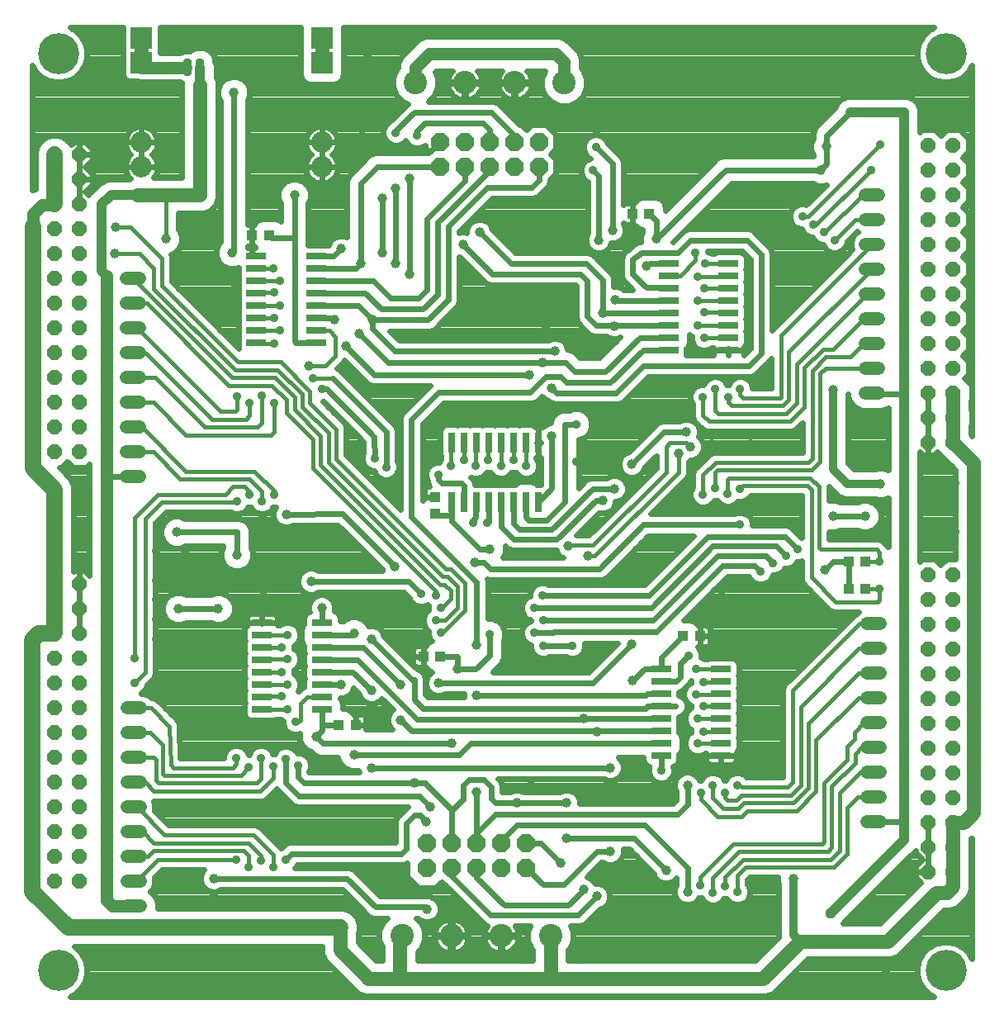
<source format=gbl>
G75*
%MOIN*%
%OFA0B0*%
%FSLAX24Y24*%
%IPPOS*%
%LPD*%
%AMOC8*
5,1,8,0,0,1.08239X$1,22.5*
%
%ADD10C,0.0520*%
%ADD11R,0.0800X0.0260*%
%ADD12R,0.0260X0.0800*%
%ADD13OC8,0.0600*%
%ADD14R,0.0394X0.0433*%
%ADD15OC8,0.0740*%
%ADD16C,0.0945*%
%ADD17R,0.0413X0.0425*%
%ADD18R,0.0425X0.0413*%
%ADD19C,0.0860*%
%ADD20R,0.0860X0.0860*%
%ADD21C,0.0186*%
%ADD22C,0.0160*%
%ADD23C,0.0357*%
%ADD24C,0.0396*%
%ADD25C,0.0240*%
%ADD26C,0.0436*%
%ADD27C,0.0400*%
%ADD28C,0.0500*%
%ADD29C,0.0560*%
%ADD30C,0.0320*%
%ADD31C,0.0660*%
%ADD32C,0.1660*%
D10*
X009040Y054421D02*
X009560Y054421D01*
X009560Y055421D02*
X009040Y055421D01*
X009040Y056421D02*
X009560Y056421D01*
X009560Y057421D02*
X009040Y057421D01*
X009040Y058421D02*
X009560Y058421D01*
X009560Y059421D02*
X009040Y059421D01*
X009040Y060421D02*
X009560Y060421D01*
X009560Y061421D02*
X009040Y061421D01*
X009040Y062421D02*
X009560Y062421D01*
X009524Y071744D02*
X009004Y071744D01*
X009004Y072744D02*
X009524Y072744D01*
X009524Y073744D02*
X009004Y073744D01*
X009004Y074744D02*
X009524Y074744D01*
X009524Y075744D02*
X009004Y075744D01*
X009004Y076744D02*
X009524Y076744D01*
X009524Y077744D02*
X009004Y077744D01*
X009004Y078744D02*
X009524Y078744D01*
X009524Y079744D02*
X009004Y079744D01*
X038831Y080137D02*
X039351Y080137D01*
X039351Y079137D02*
X038831Y079137D01*
X038831Y078137D02*
X039351Y078137D01*
X039351Y077137D02*
X038831Y077137D01*
X038831Y076137D02*
X039351Y076137D01*
X039351Y075137D02*
X038831Y075137D01*
X038831Y081137D02*
X039351Y081137D01*
X039351Y082137D02*
X038831Y082137D01*
X038831Y083137D02*
X039351Y083137D01*
X039410Y065815D02*
X038890Y065815D01*
X038890Y064815D02*
X039410Y064815D01*
X039410Y063815D02*
X038890Y063815D01*
X038890Y062815D02*
X039410Y062815D01*
X039410Y061815D02*
X038890Y061815D01*
X038890Y060815D02*
X039410Y060815D01*
X039410Y059815D02*
X038890Y059815D01*
X038890Y058815D02*
X039410Y058815D01*
X039410Y057815D02*
X038890Y057815D01*
D11*
X033002Y060490D03*
X033002Y060990D03*
X033002Y061490D03*
X033002Y061990D03*
X033002Y062490D03*
X033002Y062990D03*
X033002Y063490D03*
X033002Y063990D03*
X030582Y063990D03*
X030582Y063490D03*
X030582Y062990D03*
X030582Y062490D03*
X030582Y061990D03*
X030582Y061490D03*
X030582Y060990D03*
X030582Y060490D03*
X030885Y076868D03*
X030885Y077368D03*
X030885Y077868D03*
X030885Y078368D03*
X030885Y078868D03*
X030885Y079368D03*
X030885Y079868D03*
X030885Y080368D03*
X033305Y080368D03*
X033305Y079868D03*
X033305Y079368D03*
X033305Y078868D03*
X033305Y078368D03*
X033305Y077868D03*
X033305Y077368D03*
X033305Y076868D03*
X016648Y077151D03*
X016648Y077651D03*
X016648Y078151D03*
X016648Y078651D03*
X016648Y079151D03*
X016648Y079651D03*
X016648Y080151D03*
X016648Y080651D03*
X014228Y080651D03*
X014228Y080151D03*
X014228Y079651D03*
X014228Y079151D03*
X014228Y078651D03*
X014228Y078151D03*
X014228Y077651D03*
X014228Y077151D03*
X014472Y065876D03*
X014472Y065376D03*
X014472Y064876D03*
X014472Y064376D03*
X014472Y063876D03*
X014472Y063376D03*
X014472Y062876D03*
X014472Y062376D03*
X016892Y062376D03*
X016892Y062876D03*
X016892Y063376D03*
X016892Y063876D03*
X016892Y064376D03*
X016892Y064876D03*
X016892Y065376D03*
X016892Y065876D03*
D12*
X022113Y070723D03*
X022613Y070723D03*
X023113Y070723D03*
X023613Y070723D03*
X024113Y070723D03*
X024613Y070723D03*
X025113Y070723D03*
X025613Y070723D03*
X025613Y073143D03*
X025113Y073143D03*
X024613Y073143D03*
X024113Y073143D03*
X023613Y073143D03*
X023113Y073143D03*
X022613Y073143D03*
X022113Y073143D03*
D13*
X007099Y072748D03*
X007099Y073748D03*
X007099Y074748D03*
X007099Y075748D03*
X007099Y076748D03*
X007099Y077748D03*
X007099Y078748D03*
X007099Y079748D03*
X007099Y080748D03*
X007099Y081748D03*
X007099Y082748D03*
X007099Y083748D03*
X007099Y084748D03*
X006099Y084748D03*
X006099Y083748D03*
X006099Y082748D03*
X006099Y081748D03*
X006099Y080748D03*
X006099Y079748D03*
X006099Y078748D03*
X006099Y077748D03*
X006099Y076748D03*
X006099Y075748D03*
X006099Y074748D03*
X006099Y073748D03*
X006099Y072748D03*
X006079Y067425D03*
X006079Y066425D03*
X006079Y065425D03*
X006079Y064425D03*
X006079Y063425D03*
X006079Y062425D03*
X006079Y061425D03*
X006079Y060425D03*
X006079Y059425D03*
X006079Y058425D03*
X006079Y057425D03*
X006079Y056425D03*
X006079Y055425D03*
X007079Y055425D03*
X007079Y056425D03*
X007079Y057425D03*
X007079Y058425D03*
X007079Y059425D03*
X007079Y060425D03*
X007079Y061425D03*
X007079Y062425D03*
X007079Y063425D03*
X007079Y064425D03*
X007079Y065425D03*
X007079Y066425D03*
X007079Y067425D03*
X041363Y067807D03*
X041363Y066807D03*
X041363Y065807D03*
X041363Y064807D03*
X041363Y063807D03*
X041363Y062807D03*
X041363Y061807D03*
X041363Y060807D03*
X041363Y059807D03*
X041363Y058807D03*
X042363Y058807D03*
X042363Y059807D03*
X042363Y060807D03*
X042363Y061807D03*
X042363Y062807D03*
X042363Y063807D03*
X042363Y064807D03*
X042363Y065807D03*
X042363Y066807D03*
X042363Y067807D03*
X042371Y073141D03*
X042371Y074141D03*
X042371Y075141D03*
X042371Y076141D03*
X041371Y076141D03*
X041371Y075141D03*
X041371Y074141D03*
X041371Y073141D03*
X041371Y077141D03*
X041371Y078141D03*
X041371Y079141D03*
X041371Y080141D03*
X041371Y081141D03*
X041371Y082141D03*
X041371Y083141D03*
X041371Y084141D03*
X041371Y085141D03*
X042371Y085141D03*
X042371Y084141D03*
X042371Y083141D03*
X042371Y082141D03*
X042371Y081141D03*
X042371Y080141D03*
X042371Y079141D03*
X042371Y078141D03*
X042371Y077141D03*
X042363Y057807D03*
X042363Y056807D03*
X042363Y055807D03*
X041363Y055807D03*
X041363Y056807D03*
X041363Y057807D03*
D14*
X038827Y067212D03*
X038158Y067212D03*
X038142Y068315D03*
X038812Y068315D03*
D15*
X025650Y084271D03*
X025650Y085271D03*
X024650Y085271D03*
X024650Y084271D03*
X023650Y084271D03*
X023650Y085271D03*
X022650Y085271D03*
X022650Y084271D03*
X021650Y084271D03*
X021650Y085271D03*
X022138Y056964D03*
X021138Y056964D03*
X021138Y055964D03*
X022138Y055964D03*
X023138Y055964D03*
X023138Y056964D03*
X024138Y056964D03*
X024138Y055964D03*
X025138Y055964D03*
X025138Y056964D03*
D16*
X026119Y053216D03*
X024119Y053216D03*
X022111Y053216D03*
X020115Y053228D03*
X020658Y087665D03*
X022658Y087665D03*
X024666Y087665D03*
X026662Y087653D03*
D17*
X029408Y082370D03*
X030097Y082370D03*
X031455Y065323D03*
X032144Y065323D03*
X021672Y064496D03*
X020983Y064496D03*
X018247Y061740D03*
X017558Y061740D03*
X014743Y081504D03*
X014054Y081504D03*
D18*
X021445Y070943D03*
X021445Y070254D03*
D19*
X016879Y084260D03*
X016879Y085244D03*
X009595Y085244D03*
X009595Y084260D03*
D20*
X009595Y088472D03*
X009595Y089456D03*
X016879Y089456D03*
X016879Y088472D03*
D21*
X011904Y088512D02*
X011904Y088038D01*
X011904Y088512D02*
X012038Y088512D01*
X012038Y088038D01*
X011904Y088038D01*
X011904Y088223D02*
X012038Y088223D01*
X012038Y088408D02*
X011904Y088408D01*
X011404Y088512D02*
X011404Y088038D01*
X011404Y088512D02*
X011538Y088512D01*
X011538Y088038D01*
X011404Y088038D01*
X011404Y088223D02*
X011538Y088223D01*
X011538Y088408D02*
X011404Y088408D01*
D22*
X010579Y083118D02*
X010579Y081346D01*
X010422Y080567D02*
X009170Y081819D01*
X008571Y081819D01*
X008532Y080756D02*
X009516Y080756D01*
X010107Y080165D01*
X010107Y079338D01*
X013375Y076071D01*
X015107Y076071D01*
X016091Y075086D01*
X016091Y074574D01*
X017154Y073511D01*
X017154Y072330D01*
X021760Y067724D01*
X021957Y067724D01*
X022351Y067330D01*
X022351Y066464D01*
X021841Y065954D01*
X021487Y065954D01*
X021692Y066454D02*
X021711Y066454D01*
X022075Y066819D01*
X022075Y067173D01*
X021839Y067409D01*
X021642Y067409D01*
X016839Y072212D01*
X016839Y073393D01*
X015776Y074456D01*
X015776Y074968D01*
X014989Y075756D01*
X013257Y075756D01*
X009268Y079744D01*
X009264Y079744D01*
X009264Y078744D02*
X009835Y078744D01*
X013138Y075441D01*
X014871Y075441D01*
X015461Y074850D01*
X015461Y074338D01*
X016524Y073275D01*
X016524Y072094D01*
X021485Y067134D01*
X021485Y066976D01*
X022666Y066346D02*
X021774Y065454D01*
X021695Y065454D01*
X022666Y066346D02*
X022666Y067448D01*
X022075Y068039D01*
X021879Y068039D01*
X017469Y072448D01*
X017469Y073669D01*
X016406Y074732D01*
X016406Y075204D01*
X015225Y076385D01*
X013493Y076385D01*
X010422Y079456D01*
X010422Y080567D01*
X009418Y077744D02*
X009264Y077744D01*
X009418Y077744D02*
X012784Y074378D01*
X013375Y074378D01*
X013453Y074456D01*
X013453Y075008D01*
X013965Y074732D02*
X013965Y074220D01*
X013808Y074063D01*
X012469Y074063D01*
X009792Y076740D01*
X009268Y076740D01*
X009264Y076744D01*
X009276Y076744D01*
X009264Y075744D02*
X010146Y075744D01*
X012142Y073748D01*
X014280Y073748D01*
X014461Y073929D01*
X014461Y075011D01*
X014949Y074732D02*
X014949Y073551D01*
X014831Y073433D01*
X011390Y073433D01*
X010079Y074744D01*
X009264Y074744D01*
X009268Y073748D02*
X009264Y073744D01*
X009268Y073748D02*
X009634Y073748D01*
X011406Y071976D01*
X014162Y071976D01*
X014949Y071189D01*
X014949Y071031D01*
X014461Y071165D02*
X013965Y071661D01*
X011170Y071661D01*
X010087Y072744D01*
X009264Y072744D01*
X010264Y071031D02*
X009320Y070086D01*
X009320Y064417D01*
X009753Y063866D02*
X009320Y063433D01*
X009753Y063866D02*
X009753Y070047D01*
X010422Y070716D01*
X013414Y070716D01*
X013453Y070756D01*
X012981Y071031D02*
X013296Y071346D01*
X013768Y071346D01*
X013965Y071149D01*
X013965Y071031D01*
X014461Y071165D02*
X014461Y070756D01*
X012981Y071031D02*
X010264Y071031D01*
X014472Y065376D02*
X014458Y065362D01*
X015501Y065362D01*
X015264Y064850D02*
X014446Y064850D01*
X014472Y064876D01*
X014470Y064378D02*
X015501Y064378D01*
X015264Y063866D02*
X014634Y063866D01*
X014625Y063876D01*
X014472Y063876D01*
X014472Y064376D02*
X014470Y064378D01*
X014472Y063376D02*
X014450Y063354D01*
X015501Y063354D01*
X015264Y062882D02*
X014466Y062882D01*
X014472Y062876D01*
X014472Y062376D02*
X014466Y062370D01*
X015501Y062370D01*
X016012Y062606D02*
X016282Y062876D01*
X016892Y062876D01*
X016012Y062606D02*
X016012Y061937D01*
X015934Y061858D01*
X015816Y061858D01*
X014936Y060073D02*
X014936Y059600D01*
X014398Y059063D01*
X010107Y059063D01*
X009749Y059421D01*
X009300Y059421D01*
X009300Y060421D02*
X010087Y060421D01*
X010186Y060323D01*
X010186Y059496D01*
X010304Y059378D01*
X014241Y059378D01*
X014436Y059573D01*
X014436Y060399D01*
X013936Y060017D02*
X013611Y059693D01*
X010540Y059693D01*
X010461Y059771D01*
X010461Y060913D01*
X009949Y061425D01*
X009304Y061425D01*
X009300Y061421D01*
X009363Y061421D01*
X009418Y060421D02*
X009300Y060421D01*
X009300Y058421D02*
X009410Y058421D01*
X010540Y057291D01*
X014123Y057291D01*
X014936Y056478D01*
X014936Y055978D01*
X014438Y056267D02*
X014438Y056464D01*
X013926Y056976D01*
X010107Y056976D01*
X009662Y057421D01*
X009300Y057421D01*
X009304Y056425D02*
X009300Y056421D01*
X009304Y056425D02*
X009871Y056425D01*
X010107Y056661D01*
X013729Y056661D01*
X013936Y056454D01*
X013936Y055982D01*
X013436Y056277D02*
X010255Y056277D01*
X009390Y055421D01*
X009300Y055421D01*
X010894Y060008D02*
X010776Y060126D01*
X010737Y061661D01*
X009977Y062421D01*
X009300Y062421D01*
X009386Y062421D01*
X010894Y060008D02*
X013296Y060008D01*
X013436Y060147D01*
X013436Y060399D01*
X017627Y053551D02*
X017705Y053551D01*
X026839Y068945D02*
X026879Y068984D01*
X027823Y068984D01*
X030776Y071937D01*
X030776Y072960D01*
X030934Y073118D01*
X031603Y073118D01*
X031760Y072960D01*
X031288Y072685D02*
X031288Y071937D01*
X027902Y068551D01*
X027627Y068551D01*
X025611Y072429D02*
X025611Y073145D01*
X025613Y073143D01*
X025138Y073168D02*
X025138Y072193D01*
X024627Y072429D02*
X024627Y073157D01*
X024613Y073143D01*
X024115Y073145D02*
X024115Y072193D01*
X023603Y072429D02*
X023603Y073153D01*
X023613Y073143D01*
X024113Y073143D02*
X024115Y073145D01*
X025113Y073143D02*
X025138Y073168D01*
X023113Y073143D02*
X023091Y073164D01*
X023091Y072193D01*
X022619Y072429D02*
X022619Y073149D01*
X022613Y073143D01*
X022113Y073143D02*
X022107Y073149D01*
X022107Y072193D01*
X017430Y076622D02*
X017430Y077409D01*
X017194Y077645D01*
X016654Y077645D01*
X016648Y077651D01*
X017430Y076622D02*
X017036Y076228D01*
X016367Y076228D01*
X016524Y075716D02*
X017312Y075716D01*
X015186Y077645D02*
X014222Y077645D01*
X014228Y077651D01*
X014228Y077151D02*
X014210Y077134D01*
X014949Y077134D01*
X014949Y078157D02*
X014222Y078157D01*
X014228Y078151D01*
X014228Y078651D02*
X014210Y078669D01*
X015186Y078669D01*
X014949Y079181D02*
X014198Y079181D01*
X014228Y079151D01*
X014228Y079651D02*
X014226Y079653D01*
X015186Y079653D01*
X014938Y080161D02*
X014230Y080161D01*
X014228Y080151D01*
X030885Y079868D02*
X031345Y079868D01*
X031957Y080480D01*
X031957Y080795D01*
X032347Y080346D02*
X033091Y080346D01*
X033305Y080368D01*
X033305Y079868D02*
X033102Y079834D01*
X032071Y079834D01*
X032308Y079362D02*
X033075Y079362D01*
X033305Y079368D01*
X033305Y078868D02*
X033323Y078850D01*
X032071Y078850D01*
X032308Y078378D02*
X033315Y078378D01*
X033305Y078368D01*
X033305Y077868D02*
X033307Y077866D01*
X032071Y077866D01*
X032308Y077354D02*
X033319Y077354D01*
X033305Y077368D01*
X033768Y075283D02*
X033768Y075047D01*
X033886Y074929D01*
X035383Y074929D01*
X035422Y074968D01*
X035422Y077468D01*
X039091Y081137D01*
X039091Y080137D02*
X035737Y076783D01*
X035737Y074850D01*
X035501Y074614D01*
X033414Y074614D01*
X033280Y074748D01*
X033280Y074976D01*
X032764Y075279D02*
X032764Y074437D01*
X032902Y074299D01*
X035619Y074299D01*
X036052Y074732D01*
X036052Y076307D01*
X038883Y079137D01*
X039091Y079137D01*
X039091Y078137D02*
X038749Y078137D01*
X037508Y076897D01*
X037115Y076897D01*
X036367Y076149D01*
X036367Y074574D01*
X035776Y073984D01*
X032508Y073984D01*
X032272Y074220D01*
X032272Y074968D01*
X032784Y072330D02*
X032272Y071819D01*
X032272Y071031D01*
X032770Y071281D02*
X032770Y071923D01*
X032863Y072015D01*
X036642Y072015D01*
X036997Y072370D01*
X036997Y075913D01*
X037221Y076137D01*
X039091Y076137D01*
X038217Y076582D02*
X038768Y077134D01*
X039087Y077134D01*
X039091Y077137D01*
X038217Y076582D02*
X037233Y076582D01*
X036682Y076031D01*
X036682Y072488D01*
X036524Y072330D01*
X032784Y072330D01*
X033335Y071700D02*
X033272Y071637D01*
X033272Y071071D01*
X033768Y071267D02*
X033886Y071385D01*
X036485Y071385D01*
X036642Y071228D01*
X036642Y067685D01*
X037627Y066700D01*
X039320Y066700D01*
X039398Y066779D01*
X039398Y067212D01*
X038827Y067212D01*
X038812Y068315D02*
X039398Y068315D01*
X039398Y068708D01*
X039280Y068826D01*
X037036Y068826D01*
X036957Y068905D01*
X036957Y071346D01*
X036603Y071700D01*
X033335Y071700D01*
X033002Y063990D02*
X033004Y063988D01*
X032005Y063988D01*
X032280Y063476D02*
X033016Y063476D01*
X033002Y063490D01*
X033002Y062990D02*
X033028Y062964D01*
X032005Y062964D01*
X032280Y062492D02*
X033004Y062492D01*
X033002Y062490D01*
X033002Y061990D02*
X033012Y061980D01*
X032044Y061980D01*
X032280Y061468D02*
X033024Y061468D01*
X033002Y061490D01*
X033008Y060996D02*
X032044Y060996D01*
X033002Y060990D02*
X033008Y060996D01*
X032666Y059299D02*
X032666Y058787D01*
X033099Y058354D01*
X033690Y058354D01*
X033926Y058590D01*
X035934Y058590D01*
X036524Y059181D01*
X036524Y061779D01*
X038560Y063815D01*
X039150Y063815D01*
X039146Y064811D02*
X038571Y064811D01*
X036209Y062448D01*
X036209Y059299D01*
X035816Y058905D01*
X033808Y058905D01*
X033611Y058708D01*
X033257Y058708D01*
X033158Y058807D01*
X033158Y058984D01*
X033650Y059299D02*
X033886Y059220D01*
X035697Y059220D01*
X035894Y059417D01*
X035894Y063118D01*
X038591Y065815D01*
X039150Y065815D01*
X039150Y064815D02*
X039146Y064811D01*
X039150Y062815D02*
X038544Y062815D01*
X036839Y061110D01*
X036839Y059063D01*
X036052Y058275D01*
X034044Y058275D01*
X033808Y058039D01*
X032863Y058039D01*
X032178Y058724D01*
X032178Y058988D01*
X033493Y056937D02*
X037075Y056937D01*
X037154Y057015D01*
X037154Y059378D01*
X038099Y060323D01*
X038099Y060874D01*
X038375Y061149D01*
X038375Y061425D01*
X038764Y061815D01*
X039150Y061815D01*
X039150Y060815D02*
X038670Y060815D01*
X038414Y060559D01*
X038414Y060204D01*
X037469Y059260D01*
X037469Y056779D01*
X037312Y056622D01*
X033729Y056622D01*
X032660Y055553D01*
X032660Y054974D01*
X033162Y055224D02*
X033162Y055582D01*
X033886Y056307D01*
X037430Y056307D01*
X037784Y056661D01*
X037784Y058984D01*
X038611Y059811D01*
X039146Y059811D01*
X039150Y059815D01*
X039150Y058815D02*
X038520Y058815D01*
X038099Y058393D01*
X038099Y056543D01*
X037548Y055992D01*
X034005Y055992D01*
X033660Y055647D01*
X033660Y054978D01*
X032154Y055244D02*
X032154Y055598D01*
X033493Y056937D01*
X037587Y081307D02*
X038418Y082137D01*
X039091Y082137D01*
X039091Y083137D02*
X038709Y083137D01*
X037194Y081622D01*
X037154Y081622D01*
X036839Y081937D02*
X039044Y084141D01*
X039438Y085165D02*
X036524Y082252D01*
X036288Y082252D01*
X036721Y081937D02*
X036839Y081937D01*
X041347Y085165D02*
X041371Y085141D01*
D23*
X039438Y085165D03*
X039044Y084141D03*
X037587Y081307D03*
X037154Y081622D03*
X036721Y081937D03*
X036288Y082252D03*
X033032Y081826D03*
X031957Y080795D03*
X032347Y080346D03*
X032071Y079834D03*
X032308Y079362D03*
X032071Y078850D03*
X032308Y078378D03*
X032071Y077866D03*
X032308Y077354D03*
X032064Y076830D03*
X032764Y075279D03*
X032272Y074968D03*
X033280Y074976D03*
X033768Y075283D03*
X034201Y073078D03*
X033768Y071267D03*
X033272Y071071D03*
X032770Y071281D03*
X032272Y071031D03*
X031445Y069141D03*
X030776Y068437D03*
X030776Y070441D03*
X032627Y073078D03*
X033414Y070448D03*
X033768Y069811D03*
X035107Y068275D03*
X035619Y068551D03*
X036091Y068826D03*
X035619Y067685D03*
X034989Y066385D03*
X034989Y065204D03*
X034595Y067921D03*
X033020Y067173D03*
X032233Y066385D03*
X033020Y064811D03*
X032005Y063988D03*
X032280Y063476D03*
X032005Y062964D03*
X032280Y062492D03*
X032044Y061980D03*
X032280Y061468D03*
X032044Y060996D03*
X032666Y059299D03*
X032178Y058988D03*
X033158Y058984D03*
X033650Y059299D03*
X033162Y055224D03*
X033660Y054978D03*
X032660Y054974D03*
X032154Y055244D03*
X031445Y054181D03*
X031221Y052370D03*
X033583Y052370D03*
X034595Y054181D03*
X030579Y059889D03*
X031682Y064535D03*
X027508Y069535D03*
X027154Y072370D03*
X027154Y073866D03*
X025611Y072429D03*
X025138Y072193D03*
X024627Y072429D03*
X024115Y072193D03*
X023603Y072429D03*
X023091Y072193D03*
X022619Y072429D03*
X022107Y072193D03*
X021595Y071838D03*
X022981Y069889D03*
X023571Y069889D03*
X024402Y068712D03*
X025095Y068712D03*
X025686Y067531D03*
X025796Y066960D03*
X025451Y066454D03*
X025816Y065952D03*
X025457Y065448D03*
X025816Y064929D03*
X025568Y063948D03*
X026997Y064929D03*
X025331Y059480D03*
X028296Y054181D03*
X028296Y052606D03*
X023650Y065401D03*
X021695Y065454D03*
X021487Y065954D03*
X021692Y066454D03*
X021485Y066976D03*
X020894Y067015D03*
X019477Y072134D03*
X019008Y072500D03*
X020973Y075362D03*
X021091Y077448D03*
X023768Y074023D03*
X025934Y077803D03*
X026327Y079378D03*
X025540Y080952D03*
X024753Y078984D03*
X027115Y081740D03*
X027839Y084114D03*
X027942Y085047D03*
X029489Y081511D03*
X031851Y081826D03*
X031434Y075649D03*
X036564Y066779D03*
X036564Y065204D03*
X037745Y065992D03*
X039398Y067212D03*
X039398Y068315D03*
X039713Y069929D03*
X039713Y070716D03*
X039713Y072685D03*
X039713Y073866D03*
X041682Y070716D03*
X042469Y071504D03*
X042469Y069535D03*
X020737Y085519D03*
X019871Y085637D03*
X015186Y079653D03*
X014949Y079181D03*
X015186Y078669D03*
X014949Y078157D03*
X015186Y077645D03*
X014949Y077134D03*
X014461Y075011D03*
X014949Y074732D03*
X013965Y074732D03*
X013453Y075008D03*
X013965Y071031D03*
X014461Y070756D03*
X014949Y071031D03*
X013453Y070756D03*
X011367Y068748D03*
X010186Y068748D03*
X010186Y067567D03*
X010186Y066779D03*
X010186Y065992D03*
X010186Y065204D03*
X009320Y064417D03*
X009320Y063433D03*
X007036Y069141D03*
X007430Y070323D03*
X007036Y071504D03*
X012548Y060874D03*
X013436Y060399D03*
X013936Y060017D03*
X014436Y060399D03*
X014936Y060073D03*
X015438Y060370D03*
X015934Y060086D03*
X015816Y061858D03*
X015501Y062370D03*
X015264Y062882D03*
X015501Y063354D03*
X015264Y063866D03*
X015501Y064378D03*
X015264Y064850D03*
X015501Y065362D03*
X015697Y066385D03*
X014516Y067173D03*
X016879Y075283D03*
X016524Y075716D03*
X014938Y080161D03*
X019438Y062409D03*
X019438Y061582D03*
X019241Y057724D03*
X017036Y057094D03*
X016485Y054574D03*
X016485Y052606D03*
X014936Y055978D03*
X014438Y056267D03*
X013936Y055982D03*
X013436Y056277D03*
X015422Y056307D03*
X014123Y052606D03*
X011760Y052606D03*
D24*
X012508Y055519D03*
X008965Y051346D03*
X008571Y052134D03*
X008178Y051346D03*
X011091Y066425D03*
X011020Y069511D03*
X012705Y066425D03*
X013453Y068590D03*
X015449Y070232D03*
X016445Y067527D03*
X016879Y066464D03*
X018178Y065441D03*
X018886Y065204D03*
X020068Y063354D03*
X018886Y063118D03*
X020068Y061937D03*
X018886Y060008D03*
X018178Y060519D03*
X016642Y061267D03*
X017666Y063354D03*
X019831Y068118D03*
X022351Y063984D03*
X021603Y063433D03*
X023138Y062921D03*
X023138Y064968D03*
X023052Y068307D03*
X023650Y068826D03*
X026170Y073393D03*
X026170Y075323D03*
X025776Y076346D03*
X025264Y075874D03*
X026288Y076819D03*
X028217Y078354D03*
X028690Y077842D03*
X028729Y078905D03*
X029989Y080244D03*
X030383Y081346D03*
X028611Y081700D03*
X028060Y081307D03*
X029005Y086228D03*
X029005Y087645D03*
X029005Y089141D03*
X023257Y081622D03*
X022587Y081110D03*
X020422Y079929D03*
X019871Y080362D03*
X019320Y080795D03*
X018453Y080362D03*
X017666Y080952D03*
X017390Y078078D03*
X018375Y077527D03*
X017863Y077015D03*
X018926Y078078D03*
X019320Y083000D03*
X019871Y083385D03*
X020422Y083787D03*
X018493Y086307D03*
X018729Y088826D03*
X015776Y083118D03*
X013257Y080795D03*
X013375Y079378D03*
X010579Y081346D03*
X009438Y083118D03*
X008571Y081819D03*
X008532Y080756D03*
X013335Y087252D03*
X016367Y076228D03*
X022115Y060992D03*
X023138Y059023D03*
X024753Y058590D03*
X026524Y056173D03*
X026760Y057173D03*
X026760Y058590D03*
X028532Y060008D03*
X027981Y061464D03*
X027444Y061990D03*
X029438Y063511D03*
X029398Y065008D03*
X027627Y068551D03*
X026839Y068945D03*
X028217Y070795D03*
X028690Y071267D03*
X029398Y072252D03*
X031288Y072685D03*
X031760Y072960D03*
X031603Y073551D03*
X037036Y084141D03*
X037272Y085086D03*
X039674Y087567D03*
X039713Y089220D03*
X037627Y089260D03*
X037508Y075244D03*
X039438Y071464D03*
X038808Y070165D03*
X037508Y070165D03*
X037194Y068000D03*
X031642Y059299D03*
X030776Y055874D03*
X031642Y055008D03*
X028532Y056622D03*
X027444Y055100D03*
X027981Y054811D03*
X021131Y054299D03*
X021091Y057842D03*
X021249Y058433D03*
X020619Y059378D03*
X035934Y055519D03*
X038886Y052134D03*
X038886Y051346D03*
X039674Y051740D03*
D25*
X006955Y050898D02*
X006722Y050764D01*
X041603Y050764D01*
X041369Y050898D01*
X041155Y051113D01*
X041004Y051375D01*
X040925Y051667D01*
X040925Y051970D01*
X041004Y052262D01*
X041155Y052525D01*
X041369Y052739D01*
X041632Y052890D01*
X041924Y052968D01*
X042227Y052968D01*
X042519Y052890D01*
X042781Y052739D01*
X042996Y052525D01*
X043130Y052291D01*
X043130Y057169D01*
X043083Y057150D01*
X043083Y057133D01*
X043103Y057113D01*
X043103Y056500D01*
X043083Y056480D01*
X043083Y056133D01*
X043103Y056113D01*
X043103Y055500D01*
X043083Y055480D01*
X043083Y055073D01*
X042973Y054808D01*
X042523Y054358D01*
X042258Y054248D01*
X041980Y054248D01*
X040324Y052592D01*
X040121Y052389D01*
X039856Y052280D01*
X036485Y052280D01*
X035301Y051096D01*
X035301Y051096D01*
X035098Y050893D01*
X034834Y050784D01*
X018625Y050784D01*
X018360Y050893D01*
X017219Y052035D01*
X017016Y052237D01*
X016907Y052502D01*
X016907Y052781D01*
X006882Y052781D01*
X006955Y052739D01*
X007169Y052525D01*
X007320Y052262D01*
X007399Y051970D01*
X007399Y051667D01*
X007320Y051375D01*
X007169Y051113D01*
X006955Y050898D01*
X007016Y050959D02*
X018294Y050959D01*
X018056Y051198D02*
X007218Y051198D01*
X007337Y051436D02*
X017817Y051436D01*
X017579Y051675D02*
X007399Y051675D01*
X007399Y051913D02*
X017340Y051913D01*
X017102Y052152D02*
X007350Y052152D01*
X007246Y052390D02*
X016953Y052390D01*
X016907Y052629D02*
X007065Y052629D01*
X010260Y054321D02*
X010260Y054560D01*
X010153Y054817D01*
X009965Y055006D01*
X010052Y055092D01*
X010140Y055306D01*
X010140Y055536D01*
X010121Y055582D01*
X010419Y055877D01*
X012134Y055877D01*
X012069Y055813D01*
X011990Y055622D01*
X011990Y055416D01*
X012069Y055226D01*
X012215Y055080D01*
X012405Y055001D01*
X012612Y055001D01*
X012800Y055079D01*
X017720Y055079D01*
X018671Y054128D01*
X018795Y054005D01*
X018956Y053938D01*
X019534Y053938D01*
X019341Y053745D01*
X019202Y053410D01*
X019202Y053047D01*
X019308Y052791D01*
X019308Y052224D01*
X019067Y052224D01*
X018347Y052944D01*
X018347Y053277D01*
X018397Y053398D01*
X018397Y053704D01*
X018279Y053987D01*
X018063Y054204D01*
X017780Y054321D01*
X010260Y054321D01*
X010260Y054537D02*
X018263Y054537D01*
X018501Y054298D02*
X017834Y054298D01*
X018207Y054060D02*
X018740Y054060D01*
X018671Y054128D02*
X018671Y054128D01*
X018348Y053821D02*
X019418Y053821D01*
X019274Y053583D02*
X018397Y053583D01*
X018374Y053344D02*
X019202Y053344D01*
X019202Y053106D02*
X018347Y053106D01*
X018423Y052867D02*
X019277Y052867D01*
X019308Y052629D02*
X018661Y052629D01*
X018900Y052390D02*
X019308Y052390D01*
X019044Y054378D02*
X021052Y054378D01*
X021131Y054299D01*
X021649Y054298D02*
X022832Y054298D01*
X023070Y054060D02*
X021592Y054060D01*
X021570Y054005D02*
X021649Y054196D01*
X021649Y054402D01*
X021570Y054592D01*
X021424Y054738D01*
X021234Y054817D01*
X021141Y054817D01*
X021139Y054818D01*
X019226Y054818D01*
X018151Y055892D01*
X017990Y055959D01*
X015779Y055959D01*
X015844Y056024D01*
X015877Y056103D01*
X020194Y056103D01*
X020328Y056158D01*
X020328Y055629D01*
X020803Y055154D01*
X021474Y055154D01*
X021723Y055404D01*
X021853Y055274D01*
X021856Y055274D01*
X023317Y053813D01*
X023440Y053690D01*
X023568Y053637D01*
X023542Y053602D01*
X023496Y053523D01*
X023462Y053439D01*
X023438Y053352D01*
X023426Y053262D01*
X023426Y053254D01*
X024081Y053254D01*
X024081Y053179D01*
X023426Y053179D01*
X023426Y053171D01*
X023438Y053081D01*
X023462Y052993D01*
X023496Y052909D01*
X023542Y052831D01*
X023597Y052759D01*
X023661Y052694D01*
X023733Y052639D01*
X023812Y052594D01*
X023896Y052559D01*
X023983Y052536D01*
X024073Y052524D01*
X024081Y052524D01*
X024081Y053179D01*
X024156Y053179D01*
X024156Y053254D01*
X024811Y053254D01*
X024811Y053262D01*
X024799Y053352D01*
X024776Y053439D01*
X024741Y053523D01*
X024696Y053602D01*
X024680Y053623D01*
X025299Y053623D01*
X025206Y053398D01*
X025206Y053035D01*
X025345Y052699D01*
X025399Y052646D01*
X025399Y052224D01*
X020748Y052224D01*
X020748Y052571D01*
X020888Y052711D01*
X021027Y053047D01*
X021027Y053410D01*
X020888Y053745D01*
X020696Y053938D01*
X020759Y053938D01*
X020837Y053860D01*
X021027Y053781D01*
X021234Y053781D01*
X021424Y053860D01*
X021570Y054005D01*
X021725Y053793D02*
X021653Y053738D01*
X021589Y053674D01*
X021534Y053602D01*
X021488Y053523D01*
X021454Y053439D01*
X021430Y053352D01*
X021418Y053262D01*
X021418Y053254D01*
X022073Y053254D01*
X022073Y053179D01*
X021418Y053179D01*
X021418Y053171D01*
X021430Y053081D01*
X021454Y052993D01*
X021488Y052909D01*
X021534Y052831D01*
X021589Y052759D01*
X021653Y052694D01*
X021725Y052639D01*
X021804Y052594D01*
X021888Y052559D01*
X021975Y052536D01*
X022065Y052524D01*
X022073Y052524D01*
X022073Y053179D01*
X022148Y053179D01*
X022148Y052524D01*
X022156Y052524D01*
X022246Y052536D01*
X022334Y052559D01*
X022418Y052594D01*
X022496Y052639D01*
X022568Y052694D01*
X022633Y052759D01*
X022688Y052831D01*
X022733Y052909D01*
X022768Y052993D01*
X022791Y053081D01*
X022803Y053171D01*
X022803Y053179D01*
X022148Y053179D01*
X022148Y053254D01*
X022073Y053254D01*
X022073Y053909D01*
X022065Y053909D01*
X021975Y053897D01*
X021888Y053873D01*
X021804Y053839D01*
X021725Y053793D01*
X021774Y053821D02*
X021331Y053821D01*
X021523Y053583D02*
X020955Y053583D01*
X020930Y053821D02*
X020812Y053821D01*
X021027Y053344D02*
X021429Y053344D01*
X021427Y053106D02*
X021027Y053106D01*
X020953Y052867D02*
X021513Y052867D01*
X021743Y052629D02*
X020806Y052629D01*
X020748Y052390D02*
X025399Y052390D01*
X025399Y052629D02*
X024486Y052629D01*
X024504Y052639D02*
X024576Y052694D01*
X024640Y052759D01*
X024696Y052831D01*
X024741Y052909D01*
X024776Y052993D01*
X024799Y053081D01*
X024811Y053171D01*
X024811Y053179D01*
X024156Y053179D01*
X024156Y052524D01*
X024164Y052524D01*
X024254Y052536D01*
X024342Y052559D01*
X024426Y052594D01*
X024504Y052639D01*
X024717Y052867D02*
X025276Y052867D01*
X025206Y053106D02*
X024803Y053106D01*
X024800Y053344D02*
X025206Y053344D01*
X025283Y053583D02*
X024707Y053583D01*
X024156Y053106D02*
X024081Y053106D01*
X024081Y052867D02*
X024156Y052867D01*
X024156Y052629D02*
X024081Y052629D01*
X023751Y052629D02*
X022478Y052629D01*
X022148Y052629D02*
X022073Y052629D01*
X022073Y052867D02*
X022148Y052867D01*
X022148Y053106D02*
X022073Y053106D01*
X022148Y053254D02*
X022803Y053254D01*
X022803Y053262D01*
X022791Y053352D01*
X022768Y053439D01*
X022733Y053523D01*
X022688Y053602D01*
X022633Y053674D01*
X022568Y053738D01*
X022496Y053793D01*
X022418Y053839D01*
X022334Y053873D01*
X022246Y053897D01*
X022156Y053909D01*
X022148Y053909D01*
X022148Y053254D01*
X022148Y053344D02*
X022073Y053344D01*
X022073Y053583D02*
X022148Y053583D01*
X022148Y053821D02*
X022073Y053821D01*
X022448Y053821D02*
X023309Y053821D01*
X023531Y053583D02*
X022699Y053583D01*
X022792Y053344D02*
X023437Y053344D01*
X023435Y053106D02*
X022795Y053106D01*
X022709Y052867D02*
X023521Y052867D01*
X023690Y054063D02*
X027233Y054063D01*
X027981Y054811D01*
X028458Y055014D02*
X031124Y055014D01*
X031124Y055111D02*
X031124Y054904D01*
X031203Y054714D01*
X031349Y054568D01*
X031539Y054489D01*
X031745Y054489D01*
X031936Y054568D01*
X032082Y054714D01*
X032095Y054745D01*
X032215Y054745D01*
X032238Y054692D01*
X032378Y054552D01*
X032561Y054476D01*
X032759Y054476D01*
X032942Y054552D01*
X033083Y054692D01*
X033097Y054726D01*
X033225Y054726D01*
X033238Y054696D01*
X033378Y054555D01*
X033561Y054480D01*
X033759Y054480D01*
X033942Y054555D01*
X034083Y054696D01*
X034158Y054879D01*
X034158Y055077D01*
X034083Y055260D01*
X034060Y055283D01*
X034060Y055482D01*
X034170Y055592D01*
X035296Y055592D01*
X035296Y055392D01*
X035334Y055300D01*
X035334Y053165D01*
X034392Y052224D01*
X026839Y052224D01*
X026839Y052646D01*
X026892Y052699D01*
X027031Y053035D01*
X027031Y053398D01*
X026938Y053623D01*
X027320Y053623D01*
X027482Y053690D01*
X028086Y054293D01*
X028274Y054371D01*
X028420Y054517D01*
X028499Y054708D01*
X028499Y054914D01*
X028420Y055104D01*
X028274Y055250D01*
X028084Y055329D01*
X027910Y055329D01*
X027883Y055394D01*
X027737Y055539D01*
X027584Y055603D01*
X028163Y056182D01*
X028240Y056182D01*
X028429Y056104D01*
X028635Y056104D01*
X028826Y056182D01*
X028971Y056328D01*
X029050Y056519D01*
X029050Y056725D01*
X029047Y056733D01*
X029295Y056733D01*
X030259Y055769D01*
X030337Y055580D01*
X030483Y055434D01*
X030673Y055356D01*
X030879Y055356D01*
X031070Y055434D01*
X031202Y055567D01*
X031202Y055299D01*
X031124Y055111D01*
X031183Y055252D02*
X028269Y055252D01*
X028499Y054775D02*
X031178Y054775D01*
X031425Y054537D02*
X028428Y054537D01*
X028098Y054298D02*
X035334Y054298D01*
X035334Y054060D02*
X027852Y054060D01*
X027614Y053821D02*
X035334Y053821D01*
X035334Y053583D02*
X026955Y053583D01*
X027031Y053344D02*
X035334Y053344D01*
X035274Y053106D02*
X027031Y053106D01*
X026962Y052867D02*
X035036Y052867D01*
X034797Y052629D02*
X026839Y052629D01*
X026839Y052390D02*
X034559Y052390D01*
X035641Y051436D02*
X040987Y051436D01*
X040925Y051675D02*
X035880Y051675D01*
X036118Y051913D02*
X040925Y051913D01*
X040974Y052152D02*
X036357Y052152D01*
X035403Y051198D02*
X041106Y051198D01*
X041308Y050959D02*
X035164Y050959D01*
X035334Y054537D02*
X033897Y054537D01*
X034116Y054775D02*
X035334Y054775D01*
X035334Y055014D02*
X034158Y055014D01*
X034086Y055252D02*
X035334Y055252D01*
X035296Y055491D02*
X034069Y055491D01*
X033423Y054537D02*
X032907Y054537D01*
X032413Y054537D02*
X031860Y054537D01*
X031642Y055008D02*
X031642Y055952D01*
X029910Y057685D01*
X024753Y057685D01*
X024138Y057071D01*
X024138Y056964D01*
X023138Y057370D02*
X023886Y058118D01*
X031249Y058118D01*
X031642Y058511D01*
X031642Y059299D01*
X031124Y059307D02*
X024169Y059307D01*
X024169Y059308D02*
X024102Y059469D01*
X024004Y059568D01*
X028240Y059568D01*
X028429Y059489D01*
X028635Y059489D01*
X028826Y059568D01*
X028971Y059714D01*
X029050Y059904D01*
X029050Y060111D01*
X028971Y060301D01*
X028843Y060430D01*
X029862Y060430D01*
X029862Y060296D01*
X029911Y060179D01*
X030001Y060089D01*
X030105Y060046D01*
X030081Y059989D01*
X030081Y059790D01*
X030157Y059607D01*
X030297Y059467D01*
X030480Y059391D01*
X030679Y059391D01*
X030862Y059467D01*
X031002Y059607D01*
X031078Y059790D01*
X031078Y059989D01*
X031055Y060044D01*
X031163Y060089D01*
X031253Y060179D01*
X031302Y060296D01*
X031302Y060558D01*
X031355Y060611D01*
X031422Y060772D01*
X031422Y061207D01*
X031355Y061369D01*
X031302Y061422D01*
X031302Y061683D01*
X031279Y061740D01*
X031302Y061796D01*
X031302Y062069D01*
X031417Y062117D01*
X031541Y062241D01*
X031608Y062402D01*
X031608Y062577D01*
X031541Y062739D01*
X031417Y062863D01*
X031302Y062911D01*
X031302Y063061D01*
X031437Y063117D01*
X031616Y063296D01*
X031740Y063420D01*
X031782Y063521D01*
X031782Y063411D01*
X031722Y063387D01*
X031582Y063247D01*
X031506Y063063D01*
X031506Y062865D01*
X031582Y062682D01*
X031722Y062542D01*
X031782Y062517D01*
X031782Y062411D01*
X031762Y062403D01*
X031621Y062262D01*
X031545Y062079D01*
X031545Y061881D01*
X031621Y061698D01*
X031762Y061557D01*
X031782Y061549D01*
X031782Y061427D01*
X031762Y061418D01*
X031621Y061278D01*
X031545Y061095D01*
X031545Y060897D01*
X031621Y060713D01*
X031762Y060573D01*
X031945Y060497D01*
X032143Y060497D01*
X032326Y060573D01*
X032349Y060596D01*
X032382Y060596D01*
X032382Y060490D01*
X033002Y060490D01*
X033002Y060490D01*
X033002Y060540D01*
X033002Y060540D01*
X033002Y060490D01*
X033622Y060490D01*
X033622Y060627D01*
X033673Y060679D01*
X033722Y060796D01*
X033722Y061183D01*
X033699Y061240D01*
X033722Y061296D01*
X033722Y061683D01*
X033699Y061740D01*
X033722Y061796D01*
X033722Y062183D01*
X033699Y062240D01*
X033722Y062296D01*
X033722Y062683D01*
X033699Y062740D01*
X033722Y062796D01*
X033722Y063183D01*
X033699Y063240D01*
X033722Y063296D01*
X033722Y063683D01*
X033699Y063740D01*
X033722Y063796D01*
X033722Y064183D01*
X033673Y064301D01*
X033583Y064391D01*
X033466Y064440D01*
X032538Y064440D01*
X032421Y064391D01*
X032417Y064388D01*
X032309Y064388D01*
X032287Y064410D01*
X032180Y064455D01*
X032180Y064634D01*
X032104Y064817D01*
X032043Y064879D01*
X032047Y064890D01*
X032144Y064890D01*
X032144Y065322D01*
X032144Y065322D01*
X032144Y064890D01*
X032380Y064890D01*
X032436Y064905D01*
X032486Y064934D01*
X032527Y064975D01*
X032556Y065025D01*
X032571Y065081D01*
X032571Y065322D01*
X032144Y065322D01*
X032144Y065323D01*
X032144Y065755D01*
X032047Y065755D01*
X032035Y065784D01*
X031911Y065908D01*
X031750Y065975D01*
X031500Y065975D01*
X033242Y067717D01*
X034140Y067717D01*
X034173Y067639D01*
X034313Y067498D01*
X034496Y067423D01*
X034694Y067423D01*
X034877Y067498D01*
X035018Y067639D01*
X035075Y067777D01*
X035206Y067777D01*
X035389Y067853D01*
X035529Y067993D01*
X035554Y068052D01*
X035718Y068052D01*
X035901Y068128D01*
X036041Y068269D01*
X036066Y068328D01*
X036190Y068328D01*
X036242Y068350D01*
X036242Y067605D01*
X036303Y067458D01*
X037287Y066474D01*
X037400Y066361D01*
X037547Y066300D01*
X038556Y066300D01*
X038441Y066185D01*
X038365Y066154D01*
X038252Y066041D01*
X035555Y063344D01*
X035494Y063197D01*
X035494Y059620D01*
X034034Y059620D01*
X033933Y059721D01*
X033749Y059797D01*
X033551Y059797D01*
X033368Y059721D01*
X033228Y059581D01*
X033187Y059482D01*
X033129Y059482D01*
X033089Y059581D01*
X032948Y059721D01*
X032765Y059797D01*
X032567Y059797D01*
X032384Y059721D01*
X032243Y059581D01*
X032204Y059486D01*
X032126Y059486D01*
X032082Y059592D01*
X031936Y059738D01*
X031745Y059817D01*
X031539Y059817D01*
X031349Y059738D01*
X031203Y059592D01*
X031124Y059402D01*
X031124Y059196D01*
X031202Y059007D01*
X031202Y058694D01*
X031066Y058558D01*
X027279Y058558D01*
X027279Y058693D01*
X027200Y058884D01*
X027054Y059029D01*
X026864Y059108D01*
X026657Y059108D01*
X026469Y059030D01*
X025044Y059030D01*
X024856Y059108D01*
X024650Y059108D01*
X024461Y059030D01*
X024169Y059030D01*
X024169Y059308D01*
X024169Y059068D02*
X024553Y059068D01*
X024952Y059068D02*
X026561Y059068D01*
X026960Y059068D02*
X031177Y059068D01*
X031202Y058830D02*
X027222Y058830D01*
X027279Y058591D02*
X031100Y058591D01*
X031184Y059545D02*
X030940Y059545D01*
X031075Y059784D02*
X031459Y059784D01*
X031826Y059784D02*
X032534Y059784D01*
X032798Y059784D02*
X033518Y059784D01*
X033782Y059784D02*
X035494Y059784D01*
X035494Y060022D02*
X031064Y060022D01*
X031287Y060261D02*
X032405Y060261D01*
X032397Y060275D02*
X032426Y060225D01*
X032467Y060184D01*
X032517Y060155D01*
X032573Y060140D01*
X033002Y060140D01*
X033431Y060140D01*
X033487Y060155D01*
X033537Y060184D01*
X033578Y060225D01*
X033607Y060275D01*
X033622Y060331D01*
X033622Y060490D01*
X033002Y060490D01*
X033002Y060490D01*
X033002Y060490D01*
X032382Y060490D01*
X032382Y060331D01*
X032397Y060275D01*
X032382Y060499D02*
X032148Y060499D01*
X031940Y060499D02*
X031302Y060499D01*
X031408Y060738D02*
X031611Y060738D01*
X031545Y060976D02*
X031422Y060976D01*
X031419Y061215D02*
X031595Y061215D01*
X031782Y061453D02*
X031302Y061453D01*
X031299Y061692D02*
X031627Y061692D01*
X031545Y061930D02*
X031302Y061930D01*
X031469Y062169D02*
X031583Y062169D01*
X031608Y062407D02*
X031773Y062407D01*
X031618Y062646D02*
X031580Y062646D01*
X031506Y062884D02*
X031365Y062884D01*
X031443Y063123D02*
X031531Y063123D01*
X031681Y063361D02*
X031697Y063361D01*
X031367Y063669D02*
X031367Y064220D01*
X031682Y064535D01*
X032180Y064554D02*
X036765Y064554D01*
X037003Y064792D02*
X032115Y064792D01*
X032144Y065031D02*
X032144Y065031D01*
X032144Y065269D02*
X032144Y065269D01*
X032144Y065323D02*
X032571Y065323D01*
X032571Y065564D01*
X032556Y065620D01*
X032527Y065670D01*
X032486Y065711D01*
X032436Y065740D01*
X032380Y065755D01*
X032144Y065755D01*
X032144Y065323D01*
X032144Y065323D01*
X032144Y065508D02*
X032144Y065508D01*
X032144Y065746D02*
X032144Y065746D01*
X032413Y065746D02*
X037957Y065746D01*
X037719Y065508D02*
X032571Y065508D01*
X032571Y065269D02*
X037480Y065269D01*
X037242Y065031D02*
X032558Y065031D01*
X031455Y065323D02*
X030582Y064449D01*
X030582Y063990D01*
X029916Y063990D01*
X029438Y063511D01*
X029969Y062921D02*
X030038Y062990D01*
X030582Y062990D01*
X030582Y063490D02*
X031188Y063490D01*
X031367Y063669D01*
X031168Y062490D02*
X030582Y062490D01*
X030580Y062488D01*
X030028Y062488D01*
X029949Y062409D01*
X020973Y062409D01*
X020619Y062763D01*
X020619Y063551D01*
X020540Y063551D01*
X018886Y065204D01*
X018965Y065204D01*
X019404Y065309D02*
X019326Y065498D01*
X019180Y065644D01*
X018990Y065723D01*
X018783Y065723D01*
X018756Y065711D01*
X018719Y065802D01*
X018539Y065982D01*
X018305Y066079D01*
X018051Y066079D01*
X017816Y065982D01*
X017770Y065936D01*
X017612Y065936D01*
X017612Y066069D01*
X017563Y066187D01*
X017473Y066277D01*
X017378Y066316D01*
X017397Y066361D01*
X017397Y066567D01*
X017318Y066758D01*
X017172Y066903D01*
X016982Y066982D01*
X016776Y066982D01*
X016585Y066903D01*
X016439Y066758D01*
X016360Y066567D01*
X016360Y066361D01*
X016383Y066307D01*
X016310Y066277D01*
X016220Y066187D01*
X016172Y066069D01*
X016172Y065808D01*
X016119Y065755D01*
X016052Y065593D01*
X016052Y065158D01*
X016119Y064996D01*
X016172Y064943D01*
X016172Y064682D01*
X016195Y064626D01*
X016172Y064569D01*
X016172Y064182D01*
X016195Y064126D01*
X016172Y064069D01*
X016172Y063682D01*
X016195Y063626D01*
X016172Y063569D01*
X016172Y063263D01*
X016056Y063215D01*
X015943Y063102D01*
X015931Y063090D01*
X015999Y063255D01*
X015999Y063453D01*
X015923Y063636D01*
X015783Y063777D01*
X015763Y063785D01*
X015763Y063947D01*
X015783Y063955D01*
X015923Y064095D01*
X015999Y064278D01*
X015999Y064477D01*
X015923Y064660D01*
X015783Y064800D01*
X015763Y064809D01*
X015763Y064931D01*
X015783Y064939D01*
X015923Y065080D01*
X015999Y065263D01*
X015999Y065461D01*
X015923Y065644D01*
X015783Y065784D01*
X015600Y065860D01*
X015401Y065860D01*
X015218Y065784D01*
X015196Y065762D01*
X015092Y065762D01*
X015092Y065876D01*
X015092Y066035D01*
X015077Y066091D01*
X015048Y066141D01*
X015007Y066182D01*
X014957Y066211D01*
X014901Y066226D01*
X014472Y066226D01*
X014472Y065876D01*
X014472Y065876D01*
X015092Y065876D01*
X014472Y065876D01*
X014472Y065876D01*
X014472Y066226D01*
X014043Y066226D01*
X013987Y066211D01*
X013937Y066182D01*
X013896Y066141D01*
X013867Y066091D01*
X013852Y066035D01*
X013852Y065876D01*
X014472Y065876D01*
X014472Y065876D01*
X014472Y065826D01*
X014472Y065826D01*
X014472Y065876D01*
X014472Y065876D01*
X013852Y065876D01*
X013852Y065738D01*
X013800Y065687D01*
X013752Y065569D01*
X013752Y065182D01*
X013775Y065126D01*
X013752Y065069D01*
X013752Y064682D01*
X013775Y064626D01*
X013752Y064569D01*
X013752Y064182D01*
X013775Y064126D01*
X013752Y064069D01*
X013752Y063682D01*
X013775Y063626D01*
X013752Y063569D01*
X013752Y063182D01*
X013775Y063126D01*
X013752Y063069D01*
X013752Y062682D01*
X013775Y062626D01*
X013752Y062569D01*
X013752Y062182D01*
X013800Y062064D01*
X013890Y061974D01*
X014008Y061926D01*
X014935Y061926D01*
X015042Y061970D01*
X015196Y061970D01*
X015218Y061947D01*
X015317Y061906D01*
X015317Y061759D01*
X015393Y061576D01*
X015533Y061435D01*
X015716Y061360D01*
X015915Y061360D01*
X016005Y061397D01*
X016004Y061394D01*
X016004Y061140D01*
X016101Y060906D01*
X016281Y060726D01*
X016469Y060648D01*
X016601Y060517D01*
X016807Y060432D01*
X017540Y060432D01*
X017540Y060392D01*
X017637Y060158D01*
X017816Y059978D01*
X018051Y059881D01*
X018305Y059881D01*
X018368Y059908D01*
X018368Y059904D01*
X018404Y059818D01*
X016374Y059818D01*
X016374Y059846D01*
X016432Y059987D01*
X016432Y060185D01*
X016356Y060369D01*
X016216Y060509D01*
X016033Y060585D01*
X015888Y060585D01*
X015860Y060652D01*
X015720Y060792D01*
X015537Y060868D01*
X015338Y060868D01*
X015155Y060792D01*
X015015Y060652D01*
X014981Y060571D01*
X014904Y060571D01*
X014858Y060682D01*
X014718Y060822D01*
X014535Y060898D01*
X014337Y060898D01*
X014153Y060822D01*
X014013Y060682D01*
X013944Y060516D01*
X013927Y060516D01*
X013858Y060682D01*
X013718Y060822D01*
X013535Y060898D01*
X013337Y060898D01*
X013153Y060822D01*
X013013Y060682D01*
X012937Y060498D01*
X012937Y060408D01*
X011169Y060408D01*
X011137Y061666D01*
X011137Y061741D01*
X011135Y061746D01*
X011135Y061751D01*
X011104Y061819D01*
X011076Y061888D01*
X011072Y061891D01*
X011070Y061896D01*
X011016Y061948D01*
X010316Y062648D01*
X010204Y062760D01*
X010057Y062821D01*
X009980Y062821D01*
X009888Y062913D01*
X009675Y063001D01*
X009579Y063001D01*
X009602Y063010D01*
X009742Y063150D01*
X009818Y063334D01*
X009818Y063365D01*
X009979Y063527D01*
X010092Y063639D01*
X010153Y063786D01*
X010153Y069881D01*
X010588Y070316D01*
X013212Y070316D01*
X013354Y070257D01*
X013553Y070257D01*
X013736Y070333D01*
X013876Y070473D01*
X013901Y070533D01*
X014014Y070533D01*
X014039Y070473D01*
X014179Y070333D01*
X014362Y070257D01*
X014560Y070257D01*
X014744Y070333D01*
X014884Y070473D01*
X014908Y070533D01*
X015018Y070533D01*
X015010Y070525D01*
X014931Y070335D01*
X014931Y070129D01*
X015010Y069938D01*
X015156Y069793D01*
X015346Y069714D01*
X015552Y069714D01*
X015743Y069793D01*
X015744Y069793D01*
X017535Y069803D01*
X019313Y068015D01*
X019313Y068015D01*
X019333Y067967D01*
X016737Y067967D01*
X016549Y068045D01*
X016342Y068045D01*
X016152Y067966D01*
X016006Y067821D01*
X015927Y067630D01*
X015927Y067424D01*
X016006Y067234D01*
X016152Y067088D01*
X016342Y067009D01*
X016549Y067009D01*
X016737Y067087D01*
X020200Y067087D01*
X020413Y066874D01*
X020472Y066733D01*
X020612Y066593D01*
X020795Y066517D01*
X020993Y066517D01*
X021167Y066589D01*
X021196Y066560D01*
X021193Y066554D01*
X021193Y066366D01*
X021064Y066237D01*
X020988Y066054D01*
X020988Y065855D01*
X021064Y065672D01*
X021197Y065539D01*
X021197Y065355D01*
X021273Y065172D01*
X021320Y065125D01*
X021216Y065081D01*
X021092Y064958D01*
X021080Y064928D01*
X020983Y064928D01*
X020983Y064496D01*
X020983Y064496D01*
X020983Y064928D01*
X020747Y064928D01*
X020691Y064913D01*
X020641Y064884D01*
X020600Y064843D01*
X020571Y064793D01*
X020556Y064737D01*
X020556Y064496D01*
X020983Y064496D01*
X020983Y064496D01*
X020983Y064063D01*
X021080Y064063D01*
X021092Y064034D01*
X021216Y063910D01*
X021309Y063872D01*
X021164Y063726D01*
X021085Y063536D01*
X021085Y063330D01*
X021164Y063139D01*
X021309Y062994D01*
X021500Y062915D01*
X021706Y062915D01*
X021895Y062993D01*
X022620Y062993D01*
X022620Y062849D01*
X021155Y062849D01*
X021059Y062946D01*
X021059Y063638D01*
X020992Y063800D01*
X020868Y063924D01*
X020734Y063980D01*
X019404Y065309D01*
X019444Y065269D02*
X021233Y065269D01*
X021197Y065508D02*
X019316Y065508D01*
X019682Y065031D02*
X021165Y065031D01*
X020983Y064792D02*
X020983Y064792D01*
X020983Y064554D02*
X020983Y064554D01*
X020983Y064496D02*
X020556Y064496D01*
X020556Y064254D01*
X020571Y064198D01*
X020600Y064148D01*
X020641Y064107D01*
X020691Y064078D01*
X020747Y064063D01*
X020983Y064063D01*
X020983Y064496D01*
X020983Y064496D01*
X020983Y064315D02*
X020983Y064315D01*
X020983Y064077D02*
X020983Y064077D01*
X020954Y063838D02*
X021276Y063838D01*
X021111Y063600D02*
X021059Y063600D01*
X021059Y063361D02*
X021085Y063361D01*
X021059Y063123D02*
X021180Y063123D01*
X021120Y062884D02*
X022620Y062884D01*
X023138Y062921D02*
X029969Y062921D01*
X030582Y061990D02*
X027444Y061990D01*
X027430Y061976D01*
X020737Y061976D01*
X018337Y064376D01*
X016892Y064376D01*
X016892Y064876D02*
X018546Y064876D01*
X020068Y063354D01*
X020636Y064077D02*
X020696Y064077D01*
X020556Y064315D02*
X020398Y064315D01*
X020556Y064554D02*
X020159Y064554D01*
X019921Y064792D02*
X020571Y064792D01*
X021034Y065746D02*
X018742Y065746D01*
X018532Y065985D02*
X020988Y065985D01*
X021059Y066223D02*
X017527Y066223D01*
X017612Y065985D02*
X017824Y065985D01*
X017397Y066462D02*
X021193Y066462D01*
X020894Y067015D02*
X020383Y067527D01*
X016445Y067527D01*
X016603Y067527D01*
X016670Y066939D02*
X013094Y066939D01*
X013067Y066966D02*
X012832Y067063D01*
X012578Y067063D01*
X012390Y066985D01*
X011407Y066985D01*
X011218Y067063D01*
X010964Y067063D01*
X010730Y066966D01*
X010550Y066786D01*
X010453Y066552D01*
X010453Y066298D01*
X010550Y066063D01*
X010730Y065884D01*
X010964Y065787D01*
X011218Y065787D01*
X011407Y065865D01*
X012390Y065865D01*
X012578Y065787D01*
X012832Y065787D01*
X013067Y065884D01*
X013246Y066063D01*
X013343Y066298D01*
X013343Y066552D01*
X013246Y066786D01*
X013067Y066966D01*
X013282Y066700D02*
X016416Y066700D01*
X016360Y066462D02*
X013343Y066462D01*
X013313Y066223D02*
X014034Y066223D01*
X013852Y065985D02*
X013168Y065985D01*
X012705Y066425D02*
X011091Y066425D01*
X010629Y065985D02*
X010153Y065985D01*
X010153Y066223D02*
X010484Y066223D01*
X010453Y066462D02*
X010153Y066462D01*
X010153Y066700D02*
X010515Y066700D01*
X010703Y066939D02*
X010153Y066939D01*
X010153Y067177D02*
X016063Y067177D01*
X015931Y067416D02*
X010153Y067416D01*
X010153Y067654D02*
X015937Y067654D01*
X016078Y067893D02*
X010153Y067893D01*
X010153Y068131D02*
X013010Y068131D01*
X013092Y068049D02*
X013326Y067952D01*
X013580Y067952D01*
X013815Y068049D01*
X013994Y068229D01*
X014091Y068463D01*
X014091Y068717D01*
X014013Y068906D01*
X014013Y069627D01*
X013928Y069833D01*
X013771Y069990D01*
X013565Y070075D01*
X011326Y070075D01*
X011147Y070150D01*
X010893Y070150D01*
X010659Y070052D01*
X010479Y069873D01*
X010382Y069638D01*
X010382Y069385D01*
X010479Y069150D01*
X010659Y068971D01*
X010893Y068873D01*
X011147Y068873D01*
X011345Y068955D01*
X012893Y068955D01*
X012893Y068906D01*
X012815Y068717D01*
X012815Y068463D01*
X012912Y068229D01*
X013092Y068049D01*
X012854Y068370D02*
X010153Y068370D01*
X010153Y068608D02*
X012815Y068608D01*
X012869Y068847D02*
X010153Y068847D01*
X010153Y069085D02*
X010544Y069085D01*
X010407Y069324D02*
X010153Y069324D01*
X010153Y069562D02*
X010382Y069562D01*
X010449Y069801D02*
X010153Y069801D01*
X010311Y070039D02*
X010646Y070039D01*
X010549Y070278D02*
X013304Y070278D01*
X013602Y070278D02*
X014312Y070278D01*
X014610Y070278D02*
X014931Y070278D01*
X014902Y070516D02*
X015006Y070516D01*
X014968Y070039D02*
X013652Y070039D01*
X013941Y069801D02*
X015148Y069801D01*
X015449Y070232D02*
X017717Y070244D01*
X019831Y068118D01*
X019197Y068131D02*
X013897Y068131D01*
X014053Y068370D02*
X018960Y068370D01*
X018723Y068608D02*
X014091Y068608D01*
X014038Y068847D02*
X018486Y068847D01*
X018249Y069085D02*
X014013Y069085D01*
X014013Y069324D02*
X018011Y069324D01*
X017774Y069562D02*
X014013Y069562D01*
X013453Y069515D02*
X013453Y068590D01*
X013453Y069515D02*
X011024Y069515D01*
X011020Y069511D01*
X009264Y071744D02*
X008260Y071744D01*
X008178Y071661D01*
X007488Y071709D02*
X006699Y071709D01*
X006732Y071676D02*
X006516Y071893D01*
X006280Y072128D01*
X006356Y072128D01*
X006599Y072371D01*
X006842Y072128D01*
X007356Y072128D01*
X007488Y072260D01*
X007488Y067752D01*
X007295Y067945D01*
X007079Y067945D01*
X006864Y067945D01*
X006849Y067930D01*
X006849Y071393D01*
X006732Y071676D01*
X006817Y071470D02*
X007488Y071470D01*
X007488Y071232D02*
X006849Y071232D01*
X006849Y070993D02*
X007488Y070993D01*
X007488Y070755D02*
X006849Y070755D01*
X006849Y070516D02*
X007488Y070516D01*
X007488Y070278D02*
X006849Y070278D01*
X006849Y070039D02*
X007488Y070039D01*
X007488Y069801D02*
X006849Y069801D01*
X006849Y069562D02*
X007488Y069562D01*
X007488Y069324D02*
X006849Y069324D01*
X006849Y069085D02*
X007488Y069085D01*
X007488Y068847D02*
X006849Y068847D01*
X006849Y068608D02*
X007488Y068608D01*
X007488Y068370D02*
X006849Y068370D01*
X006849Y068131D02*
X007488Y068131D01*
X007488Y067893D02*
X007347Y067893D01*
X007079Y067893D02*
X007079Y067893D01*
X007079Y067945D02*
X007079Y067425D01*
X007079Y067425D01*
X007079Y067425D01*
X007079Y066425D01*
X007079Y066425D01*
X007079Y066425D01*
X007079Y065425D01*
X007079Y065425D01*
X007079Y065905D01*
X007079Y066425D01*
X007079Y066905D01*
X007079Y067425D01*
X007079Y067945D01*
X007079Y067654D02*
X007079Y067654D01*
X007079Y067416D02*
X007079Y067416D01*
X007079Y067177D02*
X007079Y067177D01*
X007079Y066939D02*
X007079Y066939D01*
X007079Y066700D02*
X007079Y066700D01*
X007079Y066462D02*
X007079Y066462D01*
X007079Y066223D02*
X007079Y066223D01*
X007079Y065985D02*
X007079Y065985D01*
X007079Y065746D02*
X007079Y065746D01*
X007079Y065508D02*
X007079Y065508D01*
X009818Y063361D02*
X013752Y063361D01*
X013764Y063600D02*
X010052Y063600D01*
X010153Y063838D02*
X013752Y063838D01*
X013755Y064077D02*
X010153Y064077D01*
X010153Y064315D02*
X013752Y064315D01*
X013752Y064554D02*
X010153Y064554D01*
X010153Y064792D02*
X013752Y064792D01*
X013752Y065031D02*
X010153Y065031D01*
X010153Y065269D02*
X013752Y065269D01*
X013752Y065508D02*
X010153Y065508D01*
X010153Y065746D02*
X013852Y065746D01*
X014472Y065985D02*
X014472Y065985D01*
X014472Y066223D02*
X014472Y066223D01*
X014910Y066223D02*
X016257Y066223D01*
X016172Y065985D02*
X015092Y065985D01*
X015821Y065746D02*
X016115Y065746D01*
X016052Y065508D02*
X015980Y065508D01*
X015999Y065269D02*
X016052Y065269D01*
X016104Y065031D02*
X015874Y065031D01*
X015791Y064792D02*
X016172Y064792D01*
X016172Y064554D02*
X015967Y064554D01*
X015999Y064315D02*
X016172Y064315D01*
X016175Y064077D02*
X015905Y064077D01*
X015763Y063838D02*
X016172Y063838D01*
X016184Y063600D02*
X015938Y063600D01*
X015999Y063361D02*
X016172Y063361D01*
X015964Y063123D02*
X015944Y063123D01*
X015259Y061930D02*
X014947Y061930D01*
X015345Y061692D02*
X011137Y061692D01*
X011142Y061453D02*
X015515Y061453D01*
X016004Y061215D02*
X011148Y061215D01*
X011155Y060976D02*
X016072Y060976D01*
X016270Y060738D02*
X015774Y060738D01*
X015438Y060370D02*
X015438Y059401D01*
X015973Y058866D01*
X020816Y058866D01*
X021249Y058433D01*
X020855Y058078D02*
X021091Y057842D01*
X020855Y058078D02*
X020619Y058078D01*
X020304Y057763D01*
X020304Y056740D01*
X020107Y056543D01*
X015658Y056543D01*
X015422Y056307D01*
X015218Y056762D02*
X014462Y057518D01*
X014349Y057630D01*
X014202Y057691D01*
X010706Y057691D01*
X010126Y058271D01*
X010140Y058306D01*
X010140Y058536D01*
X010087Y058663D01*
X014478Y058663D01*
X014625Y058724D01*
X014737Y058836D01*
X015061Y059160D01*
X015065Y059152D01*
X015600Y058617D01*
X015724Y058493D01*
X015886Y058426D01*
X020344Y058426D01*
X020246Y058328D01*
X019931Y058013D01*
X019864Y057851D01*
X019864Y056983D01*
X015571Y056983D01*
X015409Y056916D01*
X015285Y056792D01*
X015281Y056788D01*
X015218Y056762D01*
X015058Y056922D02*
X015423Y056922D01*
X014819Y057160D02*
X019864Y057160D01*
X019864Y057399D02*
X014581Y057399D01*
X014332Y057637D02*
X019864Y057637D01*
X019874Y057876D02*
X010521Y057876D01*
X010282Y058114D02*
X020032Y058114D01*
X020271Y058353D02*
X010140Y058353D01*
X010117Y058591D02*
X015625Y058591D01*
X015387Y058830D02*
X014731Y058830D01*
X014970Y059068D02*
X015148Y059068D01*
X015934Y059614D02*
X015934Y060086D01*
X015934Y059614D02*
X016170Y059378D01*
X020619Y059378D01*
X021052Y059378D01*
X022138Y058291D01*
X022587Y058740D01*
X022587Y059299D01*
X022823Y059535D01*
X023414Y059535D01*
X023729Y059220D01*
X023729Y058748D01*
X023886Y058590D01*
X024753Y058590D01*
X026760Y058590D01*
X026760Y057173D02*
X029477Y057173D01*
X030776Y055874D01*
X030426Y055491D02*
X027786Y055491D01*
X027711Y055729D02*
X030275Y055729D01*
X030060Y055968D02*
X027949Y055968D01*
X027981Y056622D02*
X028532Y056622D01*
X029020Y056445D02*
X029583Y056445D01*
X029344Y056683D02*
X029050Y056683D01*
X028849Y056206D02*
X029821Y056206D01*
X031126Y055491D02*
X031202Y055491D01*
X032101Y059545D02*
X032229Y059545D01*
X033103Y059545D02*
X033213Y059545D01*
X033002Y060140D02*
X033002Y060490D01*
X033002Y060490D01*
X033002Y060140D01*
X033002Y060261D02*
X033002Y060261D01*
X033002Y060499D02*
X033002Y060499D01*
X033622Y060499D02*
X035494Y060499D01*
X035494Y060261D02*
X033599Y060261D01*
X033698Y060738D02*
X035494Y060738D01*
X035494Y060976D02*
X033722Y060976D01*
X033709Y061215D02*
X035494Y061215D01*
X035494Y061453D02*
X033722Y061453D01*
X033719Y061692D02*
X035494Y061692D01*
X035494Y061930D02*
X033722Y061930D01*
X033722Y062169D02*
X035494Y062169D01*
X035494Y062407D02*
X033722Y062407D01*
X033722Y062646D02*
X035494Y062646D01*
X035494Y062884D02*
X033722Y062884D01*
X033722Y063123D02*
X035494Y063123D01*
X035572Y063361D02*
X033722Y063361D01*
X033722Y063600D02*
X035811Y063600D01*
X036049Y063838D02*
X033722Y063838D01*
X033722Y064077D02*
X036288Y064077D01*
X036526Y064315D02*
X033659Y064315D01*
X032464Y066939D02*
X036823Y066939D01*
X037061Y066700D02*
X032225Y066700D01*
X031987Y066462D02*
X037300Y066462D01*
X036584Y067177D02*
X032702Y067177D01*
X032941Y067416D02*
X036346Y067416D01*
X036242Y067654D02*
X035024Y067654D01*
X035429Y067893D02*
X036242Y067893D01*
X036242Y068131D02*
X035904Y068131D01*
X035619Y068551D02*
X035225Y068945D01*
X032666Y068945D01*
X030186Y066464D01*
X030146Y066464D01*
X030136Y066454D01*
X025451Y066454D01*
X024953Y066462D02*
X023578Y066462D01*
X023578Y066700D02*
X025014Y066700D01*
X025029Y066737D02*
X024953Y066554D01*
X024953Y066355D01*
X025029Y066172D01*
X025169Y066032D01*
X025317Y065971D01*
X025317Y065930D01*
X025175Y065871D01*
X025035Y065731D01*
X024959Y065548D01*
X024959Y065349D01*
X025035Y065166D01*
X025175Y065026D01*
X025317Y064967D01*
X025317Y064830D01*
X025393Y064646D01*
X025533Y064506D01*
X025716Y064430D01*
X025915Y064430D01*
X026056Y064489D01*
X026756Y064489D01*
X026898Y064430D01*
X027096Y064430D01*
X027279Y064506D01*
X027419Y064646D01*
X027495Y064830D01*
X027495Y065028D01*
X027490Y065040D01*
X028808Y065040D01*
X027641Y063873D01*
X023780Y063873D01*
X023967Y064060D01*
X023967Y064060D01*
X024125Y064218D01*
X024210Y064424D01*
X024210Y065137D01*
X024269Y065278D01*
X024269Y065524D01*
X024174Y065752D01*
X024001Y065926D01*
X023773Y066020D01*
X023578Y066020D01*
X023578Y067575D01*
X023562Y067616D01*
X023602Y067599D01*
X028187Y067599D01*
X028348Y067666D01*
X030053Y069371D01*
X031879Y069371D01*
X029909Y067400D01*
X026036Y067400D01*
X025895Y067459D01*
X025697Y067459D01*
X025514Y067383D01*
X025373Y067243D01*
X025297Y067059D01*
X025297Y066930D01*
X025169Y066877D01*
X025029Y066737D01*
X025297Y066939D02*
X023578Y066939D01*
X023578Y067177D02*
X025346Y067177D01*
X025593Y067416D02*
X023578Y067416D01*
X023138Y067488D02*
X023138Y064968D01*
X023650Y064535D02*
X023099Y063984D01*
X022351Y063984D01*
X022351Y064496D01*
X021672Y064496D01*
X021603Y063433D02*
X027823Y063433D01*
X029398Y065008D01*
X028799Y065031D02*
X027494Y065031D01*
X027480Y064792D02*
X028561Y064792D01*
X028322Y064554D02*
X027327Y064554D01*
X026997Y064929D02*
X025816Y064929D01*
X025486Y064554D02*
X024210Y064554D01*
X024210Y064792D02*
X025333Y064792D01*
X025170Y065031D02*
X024210Y065031D01*
X024265Y065269D02*
X024992Y065269D01*
X024959Y065508D02*
X024269Y065508D01*
X024177Y065746D02*
X025050Y065746D01*
X025283Y065985D02*
X023857Y065985D01*
X023578Y066223D02*
X025008Y066223D01*
X025457Y065448D02*
X026217Y065448D01*
X026249Y065480D01*
X030383Y065480D01*
X033060Y068157D01*
X034359Y068157D01*
X034595Y067921D01*
X034166Y067654D02*
X033179Y067654D01*
X032863Y068551D02*
X034831Y068551D01*
X035107Y068275D01*
X036091Y068826D02*
X035579Y069338D01*
X032469Y069338D01*
X030091Y066960D01*
X025796Y066960D01*
X025999Y067416D02*
X029924Y067416D01*
X030163Y067654D02*
X028320Y067654D01*
X028575Y067893D02*
X030401Y067893D01*
X030640Y068131D02*
X028814Y068131D01*
X029052Y068370D02*
X030878Y068370D01*
X031117Y068608D02*
X029291Y068608D01*
X029529Y068847D02*
X031355Y068847D01*
X031594Y069085D02*
X029768Y069085D01*
X030006Y069324D02*
X031832Y069324D01*
X032173Y070533D02*
X032371Y070533D01*
X032555Y070609D01*
X032695Y070749D01*
X032709Y070783D01*
X032855Y070783D01*
X032990Y070648D01*
X033173Y070572D01*
X033371Y070572D01*
X033555Y070648D01*
X033676Y070769D01*
X033867Y070769D01*
X034051Y070845D01*
X034191Y070985D01*
X034191Y070985D01*
X036242Y070985D01*
X036242Y069303D01*
X036232Y069307D01*
X035829Y069711D01*
X035667Y069778D01*
X034267Y069778D01*
X034267Y069910D01*
X034191Y070093D01*
X034051Y070233D01*
X033867Y070309D01*
X033669Y070309D01*
X033528Y070251D01*
X030168Y070251D01*
X031627Y071710D01*
X031688Y071857D01*
X031688Y072352D01*
X031727Y072391D01*
X031748Y072442D01*
X031864Y072442D01*
X032054Y072521D01*
X032200Y072667D01*
X032279Y072857D01*
X032279Y073063D01*
X032200Y073254D01*
X032087Y073366D01*
X032121Y073448D01*
X032121Y073654D01*
X032042Y073844D01*
X031896Y073990D01*
X031706Y074069D01*
X031500Y074069D01*
X031311Y073991D01*
X030610Y073991D01*
X030448Y073924D01*
X029293Y072769D01*
X029105Y072691D01*
X028959Y072545D01*
X028880Y072355D01*
X028880Y072149D01*
X028959Y071958D01*
X029105Y071812D01*
X029295Y071734D01*
X029501Y071734D01*
X029692Y071812D01*
X029837Y071958D01*
X029916Y072147D01*
X030376Y072607D01*
X030376Y072102D01*
X027658Y069384D01*
X027153Y069384D01*
X028066Y070297D01*
X028114Y070277D01*
X028320Y070277D01*
X028511Y070356D01*
X028656Y070501D01*
X028735Y070692D01*
X028735Y070749D01*
X028793Y070749D01*
X028983Y070828D01*
X029129Y070974D01*
X029208Y071164D01*
X029208Y071370D01*
X029129Y071561D01*
X028983Y071707D01*
X028793Y071785D01*
X028587Y071785D01*
X028398Y071707D01*
X027736Y071707D01*
X027574Y071640D01*
X027450Y071517D01*
X027242Y071308D01*
X027242Y073247D01*
X027277Y073247D01*
X027504Y073342D01*
X027678Y073516D01*
X027773Y073743D01*
X027773Y073989D01*
X027678Y074216D01*
X027504Y074390D01*
X027277Y074484D01*
X027031Y074484D01*
X026890Y074426D01*
X026570Y074426D01*
X026365Y074341D01*
X026207Y074183D01*
X026122Y073977D01*
X026122Y073911D01*
X026067Y073911D01*
X025876Y073833D01*
X025799Y073755D01*
X025772Y073763D01*
X025613Y073763D01*
X025613Y073143D01*
X025613Y073143D01*
X025713Y073143D01*
X025713Y073143D01*
X025613Y073143D01*
X025613Y073143D01*
X025613Y073763D01*
X025475Y073763D01*
X025424Y073814D01*
X025306Y073863D01*
X024919Y073863D01*
X024863Y073839D01*
X024806Y073863D01*
X024419Y073863D01*
X024363Y073839D01*
X024306Y073863D01*
X023919Y073863D01*
X023863Y073839D01*
X023806Y073863D01*
X023419Y073863D01*
X023363Y073839D01*
X023306Y073863D01*
X022919Y073863D01*
X022863Y073839D01*
X022806Y073863D01*
X022419Y073863D01*
X022363Y073839D01*
X022306Y073863D01*
X021919Y073863D01*
X021802Y073814D01*
X021712Y073724D01*
X021663Y073606D01*
X021663Y072679D01*
X021707Y072573D01*
X021707Y072497D01*
X021684Y072475D01*
X021627Y072337D01*
X021496Y072337D01*
X021313Y072261D01*
X021173Y072121D01*
X021097Y071937D01*
X021097Y071739D01*
X021155Y071598D01*
X021155Y071534D01*
X021222Y071372D01*
X021225Y071369D01*
X021204Y071369D01*
X021148Y071354D01*
X021098Y071325D01*
X021057Y071284D01*
X021028Y071234D01*
X021013Y071178D01*
X021013Y070943D01*
X021445Y070943D01*
X021445Y070943D01*
X021013Y070943D01*
X021013Y070845D01*
X020984Y070833D01*
X020941Y070790D01*
X020941Y073880D01*
X021785Y074725D01*
X025391Y074725D01*
X025553Y074792D01*
X025677Y074916D01*
X025760Y074999D01*
X025876Y074883D01*
X026065Y074805D01*
X026118Y074753D01*
X026279Y074686D01*
X028856Y074686D01*
X029018Y074753D01*
X030053Y075788D01*
X034210Y075788D01*
X034372Y075855D01*
X034884Y076367D01*
X035007Y076491D01*
X035022Y076525D01*
X035022Y075329D01*
X034267Y075329D01*
X034267Y075382D01*
X034191Y075565D01*
X034051Y075706D01*
X033867Y075782D01*
X033669Y075782D01*
X033486Y075706D01*
X033346Y075565D01*
X033308Y075474D01*
X033223Y075474D01*
X033187Y075562D01*
X033047Y075702D01*
X032864Y075778D01*
X032665Y075778D01*
X032482Y075702D01*
X032342Y075562D01*
X032303Y075467D01*
X032173Y075467D01*
X031990Y075391D01*
X031850Y075251D01*
X031774Y075067D01*
X031774Y074869D01*
X031850Y074686D01*
X031872Y074663D01*
X031872Y074141D01*
X031933Y073994D01*
X032169Y073757D01*
X032282Y073645D01*
X032429Y073584D01*
X035856Y073584D01*
X036003Y073645D01*
X036282Y073924D01*
X036282Y072730D01*
X032705Y072730D01*
X032558Y072669D01*
X032445Y072557D01*
X031933Y072045D01*
X031872Y071898D01*
X031872Y071336D01*
X031850Y071314D01*
X031774Y071130D01*
X031774Y070932D01*
X031850Y070749D01*
X031990Y070609D01*
X032173Y070533D01*
X031847Y070755D02*
X030672Y070755D01*
X030910Y070993D02*
X031774Y070993D01*
X031816Y071232D02*
X031149Y071232D01*
X031387Y071470D02*
X031872Y071470D01*
X031872Y071709D02*
X031626Y071709D01*
X031688Y071947D02*
X031893Y071947D01*
X032074Y072186D02*
X031688Y072186D01*
X031741Y072424D02*
X032312Y072424D01*
X032196Y072663D02*
X032551Y072663D01*
X032279Y072901D02*
X036282Y072901D01*
X036282Y073140D02*
X032247Y073140D01*
X032092Y073378D02*
X036282Y073378D01*
X036282Y073617D02*
X035935Y073617D01*
X036213Y073855D02*
X036282Y073855D01*
X035022Y075525D02*
X034208Y075525D01*
X033912Y075763D02*
X035022Y075763D01*
X035022Y076002D02*
X034519Y076002D01*
X034757Y076240D02*
X035022Y076240D01*
X035022Y076479D02*
X034996Y076479D01*
X034634Y076740D02*
X034634Y080716D01*
X034044Y081307D01*
X031760Y081307D01*
X031249Y080795D01*
X029792Y080795D01*
X029438Y080519D01*
X029438Y079929D01*
X029989Y079378D01*
X030639Y079378D01*
X030885Y079368D01*
X030885Y078868D02*
X028845Y078868D01*
X028729Y078905D01*
X029059Y079308D02*
X029022Y079344D01*
X028832Y079423D01*
X028657Y079423D01*
X028657Y079780D01*
X028590Y079942D01*
X027921Y080611D01*
X027797Y080735D01*
X027635Y080802D01*
X024699Y080802D01*
X023774Y081727D01*
X023696Y081915D01*
X023550Y082061D01*
X023360Y082140D01*
X023153Y082140D01*
X022963Y082061D01*
X022817Y081915D01*
X022738Y081725D01*
X022738Y081608D01*
X022690Y081628D01*
X022484Y081628D01*
X022437Y081608D01*
X022437Y081676D01*
X023754Y082993D01*
X025431Y082993D01*
X025592Y083060D01*
X025716Y083184D01*
X026023Y083491D01*
X026090Y083652D01*
X026090Y083736D01*
X026340Y083986D01*
X026340Y084557D01*
X026126Y084771D01*
X026340Y084986D01*
X026340Y085557D01*
X025936Y085961D01*
X025364Y085961D01*
X025150Y085747D01*
X024936Y085961D01*
X024854Y085961D01*
X024102Y086713D01*
X024102Y086713D01*
X023978Y086837D01*
X023816Y086904D01*
X021188Y086904D01*
X021432Y087148D01*
X021571Y087484D01*
X021571Y087847D01*
X021464Y088105D01*
X021495Y088136D01*
X022150Y088136D01*
X022136Y088123D01*
X022081Y088051D01*
X022036Y087972D01*
X022001Y087888D01*
X021978Y087800D01*
X021966Y087710D01*
X021966Y087703D01*
X022621Y087703D01*
X022621Y087628D01*
X021966Y087628D01*
X021966Y087620D01*
X021978Y087530D01*
X022001Y087442D01*
X022036Y087358D01*
X022081Y087280D01*
X022136Y087207D01*
X022201Y087143D01*
X022273Y087088D01*
X022351Y087043D01*
X022435Y087008D01*
X022523Y086984D01*
X022613Y086973D01*
X022621Y086973D01*
X022696Y086973D01*
X022703Y086973D01*
X022793Y086984D01*
X022881Y087008D01*
X022965Y087043D01*
X023044Y087088D01*
X023116Y087143D01*
X023180Y087207D01*
X023235Y087280D01*
X023280Y087358D01*
X023315Y087442D01*
X023339Y087530D01*
X023351Y087620D01*
X023351Y087628D01*
X022696Y087628D01*
X022696Y087703D01*
X023351Y087703D01*
X023351Y087710D01*
X023339Y087800D01*
X023315Y087888D01*
X023280Y087972D01*
X023235Y088051D01*
X023180Y088123D01*
X023166Y088136D01*
X024158Y088136D01*
X024144Y088123D01*
X024089Y088051D01*
X024044Y087972D01*
X024009Y087888D01*
X023985Y087800D01*
X023974Y087710D01*
X023974Y087703D01*
X024628Y087703D01*
X024628Y087628D01*
X023974Y087628D01*
X023974Y087620D01*
X023985Y087530D01*
X024009Y087442D01*
X024044Y087358D01*
X024089Y087280D01*
X024144Y087207D01*
X024208Y087143D01*
X024280Y087088D01*
X024359Y087043D01*
X024443Y087008D01*
X024531Y086984D01*
X024621Y086973D01*
X024628Y086973D01*
X024703Y086973D01*
X024711Y086973D01*
X024801Y086984D01*
X024889Y087008D01*
X024973Y087043D01*
X025051Y087088D01*
X025124Y087143D01*
X025188Y087207D01*
X025243Y087280D01*
X025288Y087358D01*
X025323Y087442D01*
X025347Y087530D01*
X025358Y087620D01*
X025358Y087628D01*
X024703Y087628D01*
X024703Y087703D01*
X025358Y087703D01*
X025358Y087710D01*
X025347Y087800D01*
X025323Y087888D01*
X025288Y087972D01*
X025243Y088051D01*
X025188Y088123D01*
X025174Y088136D01*
X025875Y088136D01*
X025750Y087835D01*
X025750Y087472D01*
X025889Y087136D01*
X026145Y086880D01*
X026481Y086741D01*
X026844Y086741D01*
X027179Y086880D01*
X027436Y087136D01*
X027574Y087472D01*
X027574Y087835D01*
X027436Y088170D01*
X027352Y088254D01*
X027352Y088629D01*
X027247Y088883D01*
X027053Y089077D01*
X026718Y089411D01*
X026465Y089516D01*
X021072Y089516D01*
X020818Y089411D01*
X020267Y088860D01*
X020073Y088666D01*
X019968Y088413D01*
X019968Y088265D01*
X019885Y088182D01*
X019746Y087847D01*
X019746Y087484D01*
X019885Y087148D01*
X020141Y086891D01*
X020341Y086809D01*
X019621Y086089D01*
X019595Y086063D01*
X019588Y086060D01*
X019448Y085920D01*
X019372Y085737D01*
X019372Y085538D01*
X019448Y085355D01*
X019588Y085215D01*
X019772Y085139D01*
X019970Y085139D01*
X020153Y085215D01*
X020274Y085335D01*
X020314Y085237D01*
X020455Y085097D01*
X020638Y085021D01*
X020836Y085021D01*
X021019Y085097D01*
X021060Y085138D01*
X021060Y085027D01*
X021160Y084927D01*
X021065Y084831D01*
X019023Y084831D01*
X018817Y084746D01*
X018660Y084589D01*
X017979Y083907D01*
X017893Y083702D01*
X017893Y081419D01*
X017769Y081471D01*
X017563Y081471D01*
X017372Y081392D01*
X017227Y081246D01*
X017163Y081091D01*
X017135Y081091D01*
X017111Y081101D01*
X016336Y081101D01*
X016336Y082802D01*
X016414Y082991D01*
X016414Y083245D01*
X016317Y083479D01*
X016138Y083659D01*
X015903Y083756D01*
X015649Y083756D01*
X015415Y083659D01*
X015235Y083479D01*
X015138Y083245D01*
X015138Y082991D01*
X015216Y082802D01*
X015216Y082072D01*
X015199Y082089D01*
X015037Y082156D01*
X014449Y082156D01*
X014287Y082089D01*
X014163Y081965D01*
X014151Y081936D01*
X014054Y081936D01*
X014054Y081504D01*
X014054Y081504D01*
X014054Y081936D01*
X013895Y081936D01*
X013895Y086936D01*
X013973Y087125D01*
X013973Y087379D01*
X013876Y087613D01*
X013697Y087793D01*
X013462Y087890D01*
X013208Y087890D01*
X012974Y087793D01*
X012794Y087613D01*
X012697Y087379D01*
X012697Y087125D01*
X012775Y086936D01*
X012775Y081216D01*
X012716Y081156D01*
X012618Y080922D01*
X012618Y080668D01*
X012716Y080433D01*
X012895Y080254D01*
X013130Y080157D01*
X013383Y080157D01*
X013508Y080208D01*
X013508Y079958D01*
X013531Y079901D01*
X013508Y079845D01*
X013508Y079458D01*
X013531Y079401D01*
X013508Y079345D01*
X013508Y078958D01*
X013531Y078901D01*
X013508Y078845D01*
X013508Y078458D01*
X013531Y078401D01*
X013508Y078345D01*
X013508Y077958D01*
X013531Y077901D01*
X013508Y077845D01*
X013508Y077458D01*
X013531Y077401D01*
X013508Y077345D01*
X013508Y076958D01*
X013523Y076921D01*
X010822Y079622D01*
X010822Y080646D01*
X010783Y080740D01*
X010941Y080805D01*
X011120Y080985D01*
X011217Y081219D01*
X011217Y081473D01*
X011120Y081708D01*
X011099Y081729D01*
X011099Y082398D01*
X012114Y082398D01*
X012379Y082507D01*
X012581Y082710D01*
X012691Y082975D01*
X012691Y083261D01*
X012677Y083294D01*
X012677Y087710D01*
X012611Y087870D01*
X012611Y088403D01*
X012571Y088499D01*
X012571Y088618D01*
X012490Y088814D01*
X012340Y088964D01*
X012144Y089045D01*
X011798Y089045D01*
X011602Y088964D01*
X011563Y088925D01*
X011322Y088925D01*
X011170Y088862D01*
X011153Y088845D01*
X010345Y088845D01*
X010345Y089881D01*
X016009Y089881D01*
X016009Y087955D01*
X016076Y087793D01*
X016199Y087669D01*
X016361Y087602D01*
X017396Y087602D01*
X017558Y087669D01*
X017682Y087793D01*
X017749Y087955D01*
X017749Y089881D01*
X041603Y089881D01*
X041369Y089747D01*
X041155Y089533D01*
X041004Y089270D01*
X040925Y088978D01*
X040925Y088675D01*
X041004Y088383D01*
X041155Y088120D01*
X041369Y087906D01*
X041632Y087755D01*
X041924Y087677D01*
X042227Y087677D01*
X042519Y087755D01*
X042781Y087906D01*
X042996Y088120D01*
X043130Y088354D01*
X043130Y073400D01*
X043111Y073420D01*
X043111Y073448D01*
X043091Y073468D01*
X043091Y073815D01*
X043111Y073835D01*
X043111Y074448D01*
X043091Y074468D01*
X043091Y074815D01*
X043111Y074835D01*
X043111Y075448D01*
X042832Y075726D01*
X042991Y075885D01*
X042991Y076398D01*
X042748Y076641D01*
X042991Y076885D01*
X042991Y077398D01*
X042748Y077641D01*
X042991Y077885D01*
X042991Y078398D01*
X042748Y078641D01*
X042991Y078885D01*
X042991Y079398D01*
X042748Y079641D01*
X042991Y079885D01*
X042991Y080398D01*
X042748Y080641D01*
X042991Y080885D01*
X042991Y081398D01*
X042748Y081641D01*
X042991Y081885D01*
X042991Y082398D01*
X042748Y082641D01*
X042991Y082885D01*
X042991Y083398D01*
X042748Y083641D01*
X042991Y083885D01*
X042991Y084398D01*
X042748Y084641D01*
X042991Y084885D01*
X042991Y085398D01*
X042628Y085761D01*
X042114Y085761D01*
X041871Y085518D01*
X041628Y085761D01*
X041114Y085761D01*
X041023Y085670D01*
X041023Y086592D01*
X040925Y086827D01*
X040745Y087007D01*
X040510Y087104D01*
X038090Y087104D01*
X037855Y087007D01*
X037675Y086827D01*
X037595Y086634D01*
X036798Y085837D01*
X036712Y085631D01*
X036712Y085402D01*
X036634Y085213D01*
X036634Y084959D01*
X036712Y084771D01*
X036712Y084701D01*
X033066Y084701D01*
X032861Y084616D01*
X030752Y082507D01*
X030744Y082515D01*
X030744Y082670D01*
X030677Y082832D01*
X030553Y082955D01*
X030391Y083022D01*
X029803Y083022D01*
X029641Y082955D01*
X029517Y082832D01*
X029505Y082802D01*
X029408Y082802D01*
X029172Y082802D01*
X029116Y082787D01*
X029066Y082758D01*
X029051Y082743D01*
X029051Y084465D01*
X028984Y084627D01*
X028423Y085188D01*
X028364Y085329D01*
X028224Y085469D01*
X028041Y085545D01*
X027842Y085545D01*
X027659Y085469D01*
X027519Y085329D01*
X027443Y085146D01*
X027443Y084948D01*
X027519Y084765D01*
X027659Y084624D01*
X027714Y084602D01*
X027557Y084536D01*
X027417Y084396D01*
X027341Y084213D01*
X027341Y084015D01*
X027417Y083832D01*
X027557Y083691D01*
X027620Y083665D01*
X027620Y081598D01*
X027542Y081410D01*
X027542Y081204D01*
X027620Y081013D01*
X027766Y080868D01*
X027957Y080789D01*
X028163Y080789D01*
X028353Y080868D01*
X028499Y081013D01*
X028569Y081182D01*
X028714Y081182D01*
X028904Y081261D01*
X029050Y081407D01*
X029129Y081597D01*
X029129Y081804D01*
X029051Y081992D01*
X029051Y081997D01*
X029066Y081981D01*
X029116Y081952D01*
X029172Y081937D01*
X029408Y081937D01*
X029408Y082370D01*
X029408Y082802D01*
X029408Y082370D01*
X029408Y082370D01*
X029408Y082370D01*
X029408Y081937D01*
X029505Y081937D01*
X029517Y081908D01*
X029641Y081784D01*
X029803Y081717D01*
X029823Y081717D01*
X029823Y081662D01*
X029744Y081473D01*
X029744Y081238D01*
X029733Y081235D01*
X029704Y081235D01*
X029649Y081212D01*
X029591Y081196D01*
X029569Y081179D01*
X029543Y081168D01*
X029500Y081125D01*
X029214Y080903D01*
X029188Y080892D01*
X029146Y080850D01*
X029098Y080813D01*
X029085Y080788D01*
X029065Y080769D01*
X029042Y080713D01*
X029012Y080661D01*
X029008Y080633D01*
X028998Y080607D01*
X028998Y080547D01*
X028990Y080487D01*
X028998Y080460D01*
X028998Y079841D01*
X029065Y079680D01*
X029436Y079308D01*
X029059Y079308D01*
X029026Y079341D02*
X029403Y079341D01*
X029165Y079579D02*
X028657Y079579D01*
X028642Y079818D02*
X029007Y079818D01*
X028998Y080056D02*
X028476Y080056D01*
X028237Y080295D02*
X028998Y080295D01*
X028996Y080533D02*
X027999Y080533D01*
X027708Y080772D02*
X029068Y080772D01*
X029352Y081010D02*
X028496Y081010D01*
X028874Y081249D02*
X029744Y081249D01*
X029750Y081487D02*
X029083Y081487D01*
X029129Y081726D02*
X029782Y081726D01*
X029408Y081964D02*
X029408Y081964D01*
X029408Y082203D02*
X029408Y082203D01*
X029408Y082441D02*
X029408Y082441D01*
X029408Y082680D02*
X029408Y082680D01*
X029604Y082918D02*
X029051Y082918D01*
X029051Y083157D02*
X031401Y083157D01*
X031163Y082918D02*
X030590Y082918D01*
X030740Y082680D02*
X030924Y082680D01*
X030383Y082084D02*
X030383Y081346D01*
X033178Y084141D01*
X037036Y084141D01*
X037272Y084378D01*
X037272Y085086D01*
X037272Y085519D01*
X038217Y086464D01*
X037636Y086734D02*
X024081Y086734D01*
X024320Y086496D02*
X037457Y086496D01*
X037218Y086257D02*
X024558Y086257D01*
X024797Y086019D02*
X036980Y086019D01*
X036774Y085780D02*
X026117Y085780D01*
X026340Y085542D02*
X027834Y085542D01*
X028049Y085542D02*
X036712Y085542D01*
X036671Y085303D02*
X028375Y085303D01*
X028546Y085065D02*
X036634Y085065D01*
X036689Y084826D02*
X028784Y084826D01*
X029000Y084588D02*
X032832Y084588D01*
X032594Y084349D02*
X029051Y084349D01*
X029051Y084111D02*
X032355Y084111D01*
X032117Y083872D02*
X029051Y083872D01*
X029051Y083634D02*
X031878Y083634D01*
X031640Y083395D02*
X029051Y083395D01*
X028611Y084378D02*
X028611Y081700D01*
X029062Y081964D02*
X029095Y081964D01*
X030097Y082370D02*
X030383Y082084D01*
X031077Y081249D02*
X031080Y081249D01*
X031066Y081235D02*
X031387Y081556D01*
X031387Y081556D01*
X031511Y081680D01*
X031673Y081747D01*
X034131Y081747D01*
X034293Y081680D01*
X035007Y080965D01*
X035074Y080804D01*
X035074Y077675D01*
X035083Y077695D01*
X038298Y080910D01*
X038251Y081022D01*
X038251Y081253D01*
X038339Y081466D01*
X038503Y081629D01*
X038523Y081637D01*
X038503Y081646D01*
X038497Y081651D01*
X038086Y081239D01*
X038086Y081208D01*
X038010Y081024D01*
X037870Y080884D01*
X037686Y080808D01*
X037488Y080808D01*
X037305Y080884D01*
X037165Y081024D01*
X037124Y081123D01*
X037055Y081123D01*
X036872Y081199D01*
X036732Y081339D01*
X036691Y081438D01*
X036622Y081438D01*
X036439Y081514D01*
X036299Y081654D01*
X036258Y081753D01*
X036189Y081753D01*
X036006Y081829D01*
X035865Y081969D01*
X035790Y082152D01*
X035790Y082351D01*
X035865Y082534D01*
X036006Y082674D01*
X036189Y082750D01*
X036387Y082750D01*
X036437Y082730D01*
X037244Y083537D01*
X037163Y083503D01*
X036909Y083503D01*
X036721Y083581D01*
X033410Y083581D01*
X031063Y081235D01*
X031066Y081235D01*
X031316Y081487D02*
X031319Y081487D01*
X031554Y081726D02*
X031622Y081726D01*
X031793Y081964D02*
X035870Y081964D01*
X035790Y082203D02*
X032031Y082203D01*
X032270Y082441D02*
X035827Y082441D01*
X036019Y082680D02*
X032508Y082680D01*
X032747Y082918D02*
X036625Y082918D01*
X036864Y083157D02*
X032985Y083157D01*
X033224Y083395D02*
X037102Y083395D01*
X036269Y081726D02*
X034182Y081726D01*
X034486Y081487D02*
X036504Y081487D01*
X036822Y081249D02*
X034724Y081249D01*
X034963Y081010D02*
X037179Y081010D01*
X037996Y081010D02*
X038256Y081010D01*
X038251Y081249D02*
X038095Y081249D01*
X038333Y081487D02*
X038361Y081487D01*
X038160Y080772D02*
X035074Y080772D01*
X035074Y080533D02*
X037921Y080533D01*
X037683Y080295D02*
X035074Y080295D01*
X035074Y080056D02*
X037444Y080056D01*
X037206Y079818D02*
X035074Y079818D01*
X035074Y079579D02*
X036967Y079579D01*
X036729Y079341D02*
X035074Y079341D01*
X035074Y079102D02*
X036490Y079102D01*
X036252Y078864D02*
X035074Y078864D01*
X035074Y078625D02*
X036013Y078625D01*
X035775Y078387D02*
X035074Y078387D01*
X035074Y078148D02*
X035536Y078148D01*
X035298Y077910D02*
X035074Y077910D01*
X034634Y076740D02*
X034123Y076228D01*
X029871Y076228D01*
X028768Y075126D01*
X026367Y075126D01*
X026170Y075323D01*
X026055Y074809D02*
X025570Y074809D01*
X025304Y075165D02*
X025934Y075795D01*
X026524Y075795D01*
X026760Y075559D01*
X028532Y075559D01*
X029865Y076864D01*
X030885Y076868D01*
X030885Y077368D02*
X029711Y077368D01*
X028335Y075992D01*
X027075Y075992D01*
X026721Y076346D01*
X025776Y076346D01*
X019556Y076346D01*
X018375Y077527D01*
X018926Y077724D02*
X018926Y078078D01*
X018353Y078651D01*
X016648Y078651D01*
X016648Y078151D02*
X017306Y078151D01*
X017390Y078078D01*
X017863Y077015D02*
X019005Y075874D01*
X025264Y075874D01*
X025304Y075165D02*
X021603Y075165D01*
X020501Y074063D01*
X020501Y070126D01*
X023138Y067488D01*
X023690Y068039D02*
X023422Y068307D01*
X023052Y068307D01*
X023257Y068826D02*
X023650Y068826D01*
X023257Y068826D02*
X022115Y069968D01*
X022115Y070204D01*
X021495Y070204D01*
X021445Y070254D01*
X021013Y070993D02*
X020941Y070993D01*
X020941Y071232D02*
X021027Y071232D01*
X020941Y071470D02*
X021182Y071470D01*
X021109Y071709D02*
X020941Y071709D01*
X020941Y071947D02*
X021101Y071947D01*
X021238Y072186D02*
X020941Y072186D01*
X020941Y072424D02*
X021663Y072424D01*
X021670Y072663D02*
X020941Y072663D01*
X020941Y072901D02*
X021663Y072901D01*
X021663Y073140D02*
X020941Y073140D01*
X020941Y073378D02*
X021663Y073378D01*
X021667Y073617D02*
X020941Y073617D01*
X020941Y073855D02*
X021901Y073855D01*
X022324Y073855D02*
X022401Y073855D01*
X022824Y073855D02*
X022901Y073855D01*
X023324Y073855D02*
X023401Y073855D01*
X023824Y073855D02*
X023901Y073855D01*
X024324Y073855D02*
X024401Y073855D01*
X024824Y073855D02*
X024901Y073855D01*
X025324Y073855D02*
X025931Y073855D01*
X026170Y074094D02*
X021154Y074094D01*
X021392Y074332D02*
X026356Y074332D01*
X026682Y073866D02*
X027154Y073866D01*
X026682Y073866D02*
X026682Y070716D01*
X025973Y070008D01*
X025225Y070008D01*
X025113Y070120D01*
X025113Y070723D01*
X025613Y070723D02*
X026170Y071280D01*
X026170Y073393D01*
X025613Y073378D02*
X025613Y073378D01*
X025613Y073143D02*
X025613Y073143D01*
X025563Y073143D01*
X025563Y073143D01*
X025613Y073143D01*
X025613Y072523D01*
X025730Y072523D01*
X025730Y071462D01*
X025711Y071443D01*
X025545Y071443D01*
X025492Y071496D01*
X025330Y071563D01*
X024895Y071563D01*
X024734Y071496D01*
X024681Y071443D01*
X024419Y071443D01*
X024363Y071419D01*
X024306Y071443D01*
X023919Y071443D01*
X023863Y071419D01*
X023806Y071443D01*
X023419Y071443D01*
X023363Y071419D01*
X023306Y071443D01*
X023053Y071443D01*
X023053Y071487D01*
X022986Y071649D01*
X022904Y071731D01*
X022992Y071694D01*
X023190Y071694D01*
X023374Y071770D01*
X023514Y071910D01*
X023522Y071930D01*
X023684Y071930D01*
X023692Y071910D01*
X023832Y071770D01*
X024016Y071694D01*
X024214Y071694D01*
X024397Y071770D01*
X024537Y071910D01*
X024546Y071930D01*
X024708Y071930D01*
X024716Y071910D01*
X024856Y071770D01*
X025039Y071694D01*
X025238Y071694D01*
X025421Y071770D01*
X025561Y071910D01*
X025637Y072093D01*
X025637Y072292D01*
X025561Y072475D01*
X025538Y072497D01*
X025538Y072523D01*
X025613Y072523D01*
X025613Y073143D01*
X025613Y073143D01*
X025613Y073140D02*
X025613Y073140D01*
X025613Y072901D02*
X025613Y072901D01*
X025613Y072663D02*
X025613Y072663D01*
X025582Y072424D02*
X025730Y072424D01*
X025730Y072186D02*
X025637Y072186D01*
X025576Y071947D02*
X025730Y071947D01*
X025730Y071709D02*
X025273Y071709D01*
X025004Y071709D02*
X024249Y071709D01*
X023980Y071709D02*
X023226Y071709D01*
X022957Y071709D02*
X022926Y071709D01*
X023053Y071470D02*
X024708Y071470D01*
X024613Y070723D02*
X024613Y069872D01*
X024871Y069614D01*
X026170Y069614D01*
X027823Y071267D01*
X028690Y071267D01*
X029166Y071470D02*
X029744Y071470D01*
X029506Y071232D02*
X029208Y071232D01*
X029267Y070993D02*
X029137Y070993D01*
X029029Y070755D02*
X028806Y070755D01*
X028790Y070516D02*
X028663Y070516D01*
X028552Y070278D02*
X028323Y070278D01*
X028112Y070278D02*
X028047Y070278D01*
X027808Y070039D02*
X028313Y070039D01*
X028075Y069801D02*
X027570Y069801D01*
X027331Y069562D02*
X027836Y069562D01*
X028099Y068039D02*
X029871Y069811D01*
X033768Y069811D01*
X033594Y070278D02*
X030195Y070278D01*
X030433Y070516D02*
X036242Y070516D01*
X036242Y070278D02*
X033943Y070278D01*
X034213Y070039D02*
X036242Y070039D01*
X036242Y069801D02*
X034267Y069801D01*
X033661Y070755D02*
X036242Y070755D01*
X037357Y070793D02*
X037357Y071357D01*
X037590Y071124D01*
X037759Y070956D01*
X037980Y070864D01*
X039219Y070864D01*
X039311Y070826D01*
X039565Y070826D01*
X039743Y070900D01*
X039743Y068922D01*
X039737Y068935D01*
X039625Y069047D01*
X039507Y069166D01*
X039360Y069226D01*
X037357Y069226D01*
X037357Y069537D01*
X037382Y069527D01*
X037635Y069527D01*
X037824Y069605D01*
X038492Y069605D01*
X038681Y069527D01*
X038935Y069527D01*
X039169Y069624D01*
X039349Y069804D01*
X039446Y070038D01*
X039446Y070292D01*
X039349Y070526D01*
X039169Y070706D01*
X038935Y070803D01*
X038681Y070803D01*
X038492Y070725D01*
X037824Y070725D01*
X037635Y070803D01*
X037382Y070803D01*
X037357Y070793D01*
X037357Y070993D02*
X037721Y070993D01*
X037590Y071124D02*
X037590Y071124D01*
X037483Y071232D02*
X037357Y071232D01*
X037752Y070755D02*
X038564Y070755D01*
X039051Y070755D02*
X039743Y070755D01*
X039743Y070516D02*
X039353Y070516D01*
X039446Y070278D02*
X039743Y070278D01*
X039743Y070039D02*
X039446Y070039D01*
X039346Y069801D02*
X039743Y069801D01*
X039743Y069562D02*
X039020Y069562D01*
X038595Y069562D02*
X037721Y069562D01*
X037357Y069324D02*
X039743Y069324D01*
X039743Y069085D02*
X039587Y069085D01*
X038808Y070165D02*
X037508Y070165D01*
X036242Y069562D02*
X035978Y069562D01*
X036216Y069324D02*
X036242Y069324D01*
X037508Y068315D02*
X038142Y068315D01*
X038158Y068299D01*
X038158Y067212D01*
X038479Y066223D02*
X031748Y066223D01*
X031510Y065985D02*
X038196Y065985D01*
X037194Y068000D02*
X037508Y068315D01*
X038348Y072064D02*
X038108Y072303D01*
X038108Y075025D01*
X038131Y075080D01*
X038131Y074998D01*
X038238Y074741D01*
X038435Y074544D01*
X038692Y074437D01*
X039490Y074437D01*
X039743Y074542D01*
X039743Y072029D01*
X039565Y072102D01*
X039311Y072102D01*
X039219Y072064D01*
X038348Y072064D01*
X038226Y072186D02*
X039743Y072186D01*
X039743Y072424D02*
X038108Y072424D01*
X038108Y072663D02*
X039743Y072663D01*
X039743Y072901D02*
X038108Y072901D01*
X038108Y073140D02*
X039743Y073140D01*
X039743Y073378D02*
X038108Y073378D01*
X038108Y073617D02*
X039743Y073617D01*
X039743Y073855D02*
X038108Y073855D01*
X038108Y074094D02*
X039743Y074094D01*
X039743Y074332D02*
X038108Y074332D01*
X038108Y074571D02*
X038408Y074571D01*
X038209Y074809D02*
X038108Y074809D01*
X038118Y075048D02*
X038131Y075048D01*
X039091Y075137D02*
X039123Y075106D01*
X040284Y075106D01*
X040383Y075008D01*
X041371Y075048D02*
X041371Y075048D01*
X041371Y075141D02*
X041371Y074141D01*
X041371Y073141D01*
X041371Y072621D01*
X041586Y072621D01*
X041715Y072750D01*
X042064Y072401D01*
X042092Y072401D01*
X042458Y072036D01*
X042458Y068427D01*
X042106Y068427D01*
X041863Y068184D01*
X041620Y068427D01*
X041106Y068427D01*
X041023Y068343D01*
X041023Y072754D01*
X041155Y072621D01*
X041371Y072621D01*
X041371Y073141D01*
X041371Y073141D01*
X041371Y073141D01*
X041371Y073661D01*
X041371Y074141D01*
X041371Y074141D01*
X041371Y074141D01*
X041371Y074661D01*
X041371Y075141D01*
X041371Y075141D01*
X041371Y074809D02*
X041371Y074809D01*
X041371Y074571D02*
X041371Y074571D01*
X041371Y074332D02*
X041371Y074332D01*
X041371Y074094D02*
X041371Y074094D01*
X041371Y073855D02*
X041371Y073855D01*
X041371Y073617D02*
X041371Y073617D01*
X041371Y073378D02*
X041371Y073378D01*
X041371Y073140D02*
X041371Y073140D01*
X041371Y072901D02*
X041371Y072901D01*
X041371Y072663D02*
X041371Y072663D01*
X041627Y072663D02*
X041803Y072663D01*
X042041Y072424D02*
X041023Y072424D01*
X041023Y072186D02*
X042308Y072186D01*
X042458Y071947D02*
X041023Y071947D01*
X041023Y071709D02*
X042458Y071709D01*
X042458Y071470D02*
X041023Y071470D01*
X041023Y071232D02*
X042458Y071232D01*
X042458Y070993D02*
X041023Y070993D01*
X041023Y070755D02*
X042458Y070755D01*
X042458Y070516D02*
X041023Y070516D01*
X041023Y070278D02*
X042458Y070278D01*
X042458Y070039D02*
X041023Y070039D01*
X041023Y069801D02*
X042458Y069801D01*
X042458Y069562D02*
X041023Y069562D01*
X041023Y069324D02*
X042458Y069324D01*
X042458Y069085D02*
X041023Y069085D01*
X041023Y068847D02*
X042458Y068847D01*
X042458Y068608D02*
X041023Y068608D01*
X041023Y068370D02*
X041049Y068370D01*
X041677Y068370D02*
X042049Y068370D01*
X041114Y072663D02*
X041023Y072663D01*
X043091Y073617D02*
X043130Y073617D01*
X043111Y073855D02*
X043130Y073855D01*
X043111Y074094D02*
X043130Y074094D01*
X043111Y074332D02*
X043130Y074332D01*
X043130Y074571D02*
X043091Y074571D01*
X043091Y074809D02*
X043130Y074809D01*
X043111Y075048D02*
X043130Y075048D01*
X043111Y075286D02*
X043130Y075286D01*
X043130Y075525D02*
X043034Y075525D01*
X043130Y075763D02*
X042869Y075763D01*
X042991Y076002D02*
X043130Y076002D01*
X043130Y076240D02*
X042991Y076240D01*
X042910Y076479D02*
X043130Y076479D01*
X043130Y076717D02*
X042823Y076717D01*
X042991Y076956D02*
X043130Y076956D01*
X043130Y077194D02*
X042991Y077194D01*
X042956Y077433D02*
X043130Y077433D01*
X043130Y077671D02*
X042777Y077671D01*
X042991Y077910D02*
X043130Y077910D01*
X043130Y078148D02*
X042991Y078148D01*
X042991Y078387D02*
X043130Y078387D01*
X043130Y078625D02*
X042764Y078625D01*
X042970Y078864D02*
X043130Y078864D01*
X043130Y079102D02*
X042991Y079102D01*
X042991Y079341D02*
X043130Y079341D01*
X043130Y079579D02*
X042810Y079579D01*
X042924Y079818D02*
X043130Y079818D01*
X043130Y080056D02*
X042991Y080056D01*
X042991Y080295D02*
X043130Y080295D01*
X043130Y080533D02*
X042856Y080533D01*
X042878Y080772D02*
X043130Y080772D01*
X043130Y081010D02*
X042991Y081010D01*
X042991Y081249D02*
X043130Y081249D01*
X043130Y081487D02*
X042902Y081487D01*
X042832Y081726D02*
X043130Y081726D01*
X043130Y081964D02*
X042991Y081964D01*
X042991Y082203D02*
X043130Y082203D01*
X043130Y082441D02*
X042948Y082441D01*
X042786Y082680D02*
X043130Y082680D01*
X043130Y082918D02*
X042991Y082918D01*
X042991Y083157D02*
X043130Y083157D01*
X043130Y083395D02*
X042991Y083395D01*
X043130Y083634D02*
X042755Y083634D01*
X042978Y083872D02*
X043130Y083872D01*
X043130Y084111D02*
X042991Y084111D01*
X042991Y084349D02*
X043130Y084349D01*
X043130Y084588D02*
X042801Y084588D01*
X042932Y084826D02*
X043130Y084826D01*
X043130Y085065D02*
X042991Y085065D01*
X042991Y085303D02*
X043130Y085303D01*
X043130Y085542D02*
X042847Y085542D01*
X043130Y085780D02*
X041023Y085780D01*
X041023Y086019D02*
X043130Y086019D01*
X043130Y086257D02*
X041023Y086257D01*
X041023Y086496D02*
X043130Y086496D01*
X043130Y086734D02*
X040963Y086734D01*
X040779Y086973D02*
X043130Y086973D01*
X043130Y087211D02*
X027467Y087211D01*
X027565Y087450D02*
X043130Y087450D01*
X043130Y087688D02*
X042271Y087688D01*
X041880Y087688D02*
X027574Y087688D01*
X027536Y087927D02*
X041349Y087927D01*
X041129Y088165D02*
X027438Y088165D01*
X027352Y088404D02*
X040998Y088404D01*
X040934Y088642D02*
X027347Y088642D01*
X027248Y088881D02*
X040925Y088881D01*
X040963Y089119D02*
X027010Y089119D01*
X026772Y089358D02*
X041054Y089358D01*
X041219Y089596D02*
X017749Y089596D01*
X017749Y089358D02*
X020765Y089358D01*
X020526Y089119D02*
X017749Y089119D01*
X017749Y088881D02*
X020288Y088881D01*
X020063Y088642D02*
X017749Y088642D01*
X017749Y088404D02*
X019968Y088404D01*
X019878Y088165D02*
X017749Y088165D01*
X017737Y087927D02*
X019779Y087927D01*
X019746Y087688D02*
X017577Y087688D01*
X018493Y086307D02*
X018493Y085598D01*
X019280Y084811D01*
X021190Y084811D01*
X021650Y085271D01*
X021650Y084271D02*
X019134Y084271D01*
X018453Y083590D01*
X018453Y080362D01*
X018243Y080151D01*
X016648Y080151D01*
X016650Y079653D02*
X018965Y079653D01*
X019674Y078945D01*
X020776Y078945D01*
X021131Y079299D01*
X021131Y082173D01*
X022650Y083693D01*
X022650Y084271D01*
X023441Y082680D02*
X027620Y082680D01*
X027620Y082918D02*
X023679Y082918D01*
X023571Y083433D02*
X021997Y081858D01*
X021997Y078905D01*
X021170Y078078D01*
X018926Y078078D01*
X018926Y077724D02*
X019831Y076819D01*
X026288Y076819D01*
X026645Y077194D02*
X028746Y077194D01*
X028793Y077324D02*
X028934Y077383D01*
X028103Y076552D01*
X027307Y076552D01*
X027196Y076663D01*
X027038Y076821D01*
X026832Y076906D01*
X026806Y076906D01*
X026806Y076922D01*
X026727Y077112D01*
X026582Y077258D01*
X026391Y077337D01*
X026185Y077337D01*
X025996Y077259D01*
X020014Y077259D01*
X019634Y077638D01*
X021257Y077638D01*
X021419Y077705D01*
X021543Y077829D01*
X022370Y078656D01*
X022437Y078818D01*
X022437Y080611D01*
X022482Y080593D01*
X023519Y079556D01*
X023681Y079489D01*
X027129Y079489D01*
X027147Y079471D01*
X027147Y078148D01*
X021862Y078148D01*
X021624Y077910D02*
X027291Y077910D01*
X027338Y077863D02*
X027706Y077495D01*
X027868Y077428D01*
X028371Y077428D01*
X028396Y077403D01*
X028587Y077324D01*
X028793Y077324D01*
X028507Y076956D02*
X026792Y076956D01*
X027142Y076717D02*
X028269Y076717D01*
X027856Y077433D02*
X019839Y077433D01*
X019280Y078511D02*
X018640Y079151D01*
X016648Y079151D01*
X016648Y079651D02*
X016650Y079653D01*
X016648Y080651D02*
X017365Y080651D01*
X017666Y080952D01*
X017230Y081249D02*
X016336Y081249D01*
X016336Y081487D02*
X017893Y081487D01*
X017893Y081726D02*
X016336Y081726D01*
X016336Y081964D02*
X017893Y081964D01*
X017893Y082203D02*
X016336Y082203D01*
X016336Y082441D02*
X017893Y082441D01*
X017893Y082680D02*
X016336Y082680D01*
X016384Y082918D02*
X017893Y082918D01*
X017893Y083157D02*
X016414Y083157D01*
X016352Y083395D02*
X017893Y083395D01*
X017893Y083634D02*
X017055Y083634D01*
X017088Y083643D02*
X017167Y083675D01*
X017240Y083718D01*
X017308Y083770D01*
X017368Y083830D01*
X017420Y083898D01*
X017463Y083971D01*
X017495Y084050D01*
X017517Y084132D01*
X017529Y084217D01*
X017529Y084260D01*
X017529Y084302D01*
X017517Y084387D01*
X017495Y084469D01*
X017463Y084548D01*
X017420Y084621D01*
X017368Y084689D01*
X017308Y084749D01*
X017305Y084752D01*
X017308Y084754D01*
X017368Y084814D01*
X017420Y084882D01*
X017463Y084956D01*
X017495Y085034D01*
X017517Y085117D01*
X017529Y085201D01*
X017529Y085244D01*
X017529Y085286D01*
X017517Y085371D01*
X017495Y085453D01*
X017463Y085532D01*
X017420Y085606D01*
X017368Y085673D01*
X017308Y085734D01*
X017240Y085785D01*
X017167Y085828D01*
X017088Y085861D01*
X017006Y085883D01*
X016921Y085894D01*
X016879Y085894D01*
X016879Y085244D01*
X017529Y085244D01*
X016879Y085244D01*
X016879Y085244D01*
X016879Y085244D01*
X016879Y085894D01*
X016836Y085894D01*
X016751Y085883D01*
X016669Y085861D01*
X016590Y085828D01*
X016517Y085785D01*
X016449Y085734D01*
X016389Y085673D01*
X016337Y085606D01*
X016294Y085532D01*
X016262Y085453D01*
X016240Y085371D01*
X016229Y085286D01*
X016229Y085244D01*
X016879Y085244D01*
X016879Y084594D01*
X016879Y084260D01*
X016879Y084260D01*
X017529Y084260D01*
X016879Y084260D01*
X016879Y084260D01*
X016879Y085244D01*
X016879Y085244D01*
X016879Y085244D01*
X016229Y085244D01*
X016229Y085201D01*
X016240Y085117D01*
X016262Y085034D01*
X016294Y084956D01*
X016337Y084882D01*
X016389Y084814D01*
X016449Y084754D01*
X016452Y084752D01*
X016449Y084749D01*
X016389Y084689D01*
X016337Y084621D01*
X016294Y084548D01*
X016262Y084469D01*
X016240Y084387D01*
X016229Y084302D01*
X016229Y084260D01*
X016879Y084260D01*
X016879Y084260D01*
X016879Y083610D01*
X016921Y083610D01*
X017006Y083621D01*
X017088Y083643D01*
X016879Y083634D02*
X016879Y083634D01*
X016879Y083610D02*
X016879Y084260D01*
X016879Y084260D01*
X016229Y084260D01*
X016229Y084217D01*
X016240Y084132D01*
X016262Y084050D01*
X016294Y083971D01*
X016337Y083898D01*
X016389Y083830D01*
X016449Y083770D01*
X016517Y083718D01*
X016590Y083675D01*
X016669Y083643D01*
X016751Y083621D01*
X016836Y083610D01*
X016879Y083610D01*
X016702Y083634D02*
X016163Y083634D01*
X016356Y083872D02*
X013895Y083872D01*
X013895Y083634D02*
X015390Y083634D01*
X015200Y083395D02*
X013895Y083395D01*
X013895Y083157D02*
X015138Y083157D01*
X015168Y082918D02*
X013895Y082918D01*
X013895Y082680D02*
X015216Y082680D01*
X015216Y082441D02*
X013895Y082441D01*
X013895Y082203D02*
X015216Y082203D01*
X014743Y081504D02*
X014861Y081385D01*
X015776Y081385D01*
X015776Y083118D01*
X016245Y084111D02*
X013895Y084111D01*
X013895Y084349D02*
X016235Y084349D01*
X016318Y084588D02*
X013895Y084588D01*
X013895Y084826D02*
X016380Y084826D01*
X016254Y085065D02*
X013895Y085065D01*
X013895Y085303D02*
X016231Y085303D01*
X016300Y085542D02*
X013895Y085542D01*
X013895Y085780D02*
X016510Y085780D01*
X016879Y085780D02*
X016879Y085780D01*
X016879Y085542D02*
X016879Y085542D01*
X016879Y085303D02*
X016879Y085303D01*
X016879Y085065D02*
X016879Y085065D01*
X016879Y084826D02*
X016879Y084826D01*
X016879Y084588D02*
X016879Y084588D01*
X016879Y084349D02*
X016879Y084349D01*
X016879Y084111D02*
X016879Y084111D01*
X016879Y083872D02*
X016879Y083872D01*
X017401Y083872D02*
X017964Y083872D01*
X018182Y084111D02*
X017512Y084111D01*
X017522Y084349D02*
X018420Y084349D01*
X018659Y084588D02*
X017440Y084588D01*
X017378Y084826D02*
X019011Y084826D01*
X019500Y085303D02*
X017526Y085303D01*
X017504Y085065D02*
X020532Y085065D01*
X020287Y085303D02*
X020241Y085303D01*
X019871Y085637D02*
X019871Y085716D01*
X020619Y086464D01*
X023729Y086464D01*
X024650Y085543D01*
X024650Y085271D01*
X025117Y085780D02*
X025183Y085780D01*
X024713Y086973D02*
X026052Y086973D01*
X025857Y087211D02*
X025191Y087211D01*
X025325Y087450D02*
X025759Y087450D01*
X025750Y087688D02*
X024703Y087688D01*
X024703Y087628D02*
X024703Y086973D01*
X024628Y086973D02*
X024628Y087628D01*
X024703Y087628D01*
X024628Y087688D02*
X022696Y087688D01*
X022696Y087628D02*
X022696Y086973D01*
X022705Y086973D02*
X024619Y086973D01*
X024628Y087211D02*
X024703Y087211D01*
X024703Y087450D02*
X024628Y087450D01*
X024141Y087211D02*
X023183Y087211D01*
X023317Y087450D02*
X024007Y087450D01*
X024025Y087927D02*
X023299Y087927D01*
X022696Y087628D02*
X022621Y087628D01*
X022621Y086973D01*
X022611Y086973D02*
X021256Y086973D01*
X021458Y087211D02*
X022133Y087211D01*
X021999Y087450D02*
X021557Y087450D01*
X021571Y087688D02*
X022621Y087688D01*
X022621Y087450D02*
X022696Y087450D01*
X022696Y087211D02*
X022621Y087211D01*
X022017Y087927D02*
X021537Y087927D01*
X020267Y086734D02*
X013895Y086734D01*
X013895Y086496D02*
X020028Y086496D01*
X019790Y086257D02*
X013895Y086257D01*
X013895Y086019D02*
X019547Y086019D01*
X019390Y085780D02*
X017247Y085780D01*
X017457Y085542D02*
X019372Y085542D01*
X020060Y086973D02*
X013910Y086973D01*
X013973Y087211D02*
X019858Y087211D01*
X019760Y087450D02*
X013944Y087450D01*
X013801Y087688D02*
X016180Y087688D01*
X016020Y087927D02*
X012611Y087927D01*
X012611Y088165D02*
X016009Y088165D01*
X016009Y088404D02*
X012611Y088404D01*
X012561Y088642D02*
X016009Y088642D01*
X016009Y088881D02*
X012423Y088881D01*
X012677Y087688D02*
X012870Y087688D01*
X012727Y087450D02*
X012677Y087450D01*
X012677Y087211D02*
X012697Y087211D01*
X012677Y086973D02*
X012760Y086973D01*
X012775Y086734D02*
X012677Y086734D01*
X012677Y086496D02*
X012775Y086496D01*
X012775Y086257D02*
X012677Y086257D01*
X012677Y086019D02*
X012775Y086019D01*
X012775Y085780D02*
X012677Y085780D01*
X012677Y085542D02*
X012775Y085542D01*
X012775Y085303D02*
X012677Y085303D01*
X012677Y085065D02*
X012775Y085065D01*
X012775Y084826D02*
X012677Y084826D01*
X012677Y084588D02*
X012775Y084588D01*
X012775Y084349D02*
X012677Y084349D01*
X012677Y084111D02*
X012775Y084111D01*
X012775Y083872D02*
X012677Y083872D01*
X012677Y083634D02*
X012775Y083634D01*
X012775Y083395D02*
X012677Y083395D01*
X012691Y083157D02*
X012775Y083157D01*
X012775Y082918D02*
X012668Y082918D01*
X012775Y082680D02*
X012551Y082680D01*
X012775Y082441D02*
X012219Y082441D01*
X012775Y082203D02*
X011099Y082203D01*
X011099Y081964D02*
X012775Y081964D01*
X012775Y081726D02*
X011102Y081726D01*
X011212Y081487D02*
X012775Y081487D01*
X012775Y081249D02*
X011217Y081249D01*
X011131Y081010D02*
X012655Y081010D01*
X012618Y080772D02*
X010860Y080772D01*
X010822Y080533D02*
X012674Y080533D01*
X012854Y080295D02*
X010822Y080295D01*
X010822Y080056D02*
X013508Y080056D01*
X013508Y079818D02*
X010822Y079818D01*
X010865Y079579D02*
X013508Y079579D01*
X013508Y079341D02*
X011103Y079341D01*
X011342Y079102D02*
X013508Y079102D01*
X013515Y078864D02*
X011580Y078864D01*
X011819Y078625D02*
X013508Y078625D01*
X013525Y078387D02*
X012057Y078387D01*
X012296Y078148D02*
X013508Y078148D01*
X013527Y077910D02*
X012534Y077910D01*
X012773Y077671D02*
X013508Y077671D01*
X013518Y077433D02*
X013011Y077433D01*
X013250Y077194D02*
X013508Y077194D01*
X013488Y076956D02*
X013508Y076956D01*
X014228Y080651D02*
X014054Y080825D01*
X014054Y081504D01*
X014054Y081071D01*
X014151Y081071D01*
X014163Y081042D01*
X014204Y081001D01*
X013895Y081001D01*
X013895Y081071D01*
X014054Y081071D01*
X014054Y081504D01*
X014054Y081504D01*
X014054Y081487D02*
X014054Y081487D01*
X014054Y081249D02*
X014054Y081249D01*
X014195Y081010D02*
X013895Y081010D01*
X013335Y080874D02*
X013335Y087252D01*
X011237Y087211D02*
X005194Y087211D01*
X005194Y086973D02*
X011237Y086973D01*
X011237Y086734D02*
X005194Y086734D01*
X005194Y086496D02*
X011237Y086496D01*
X011237Y086257D02*
X005194Y086257D01*
X005194Y086019D02*
X011237Y086019D01*
X011237Y085780D02*
X009964Y085780D01*
X009957Y085785D02*
X009883Y085828D01*
X009804Y085861D01*
X009722Y085883D01*
X009638Y085894D01*
X009595Y085894D01*
X009553Y085894D01*
X009468Y085883D01*
X009386Y085861D01*
X009307Y085828D01*
X009233Y085785D01*
X009166Y085734D01*
X009105Y085673D01*
X009053Y085606D01*
X009011Y085532D01*
X008978Y085453D01*
X008956Y085371D01*
X008945Y085286D01*
X008945Y085244D01*
X009595Y085244D01*
X009595Y085894D01*
X009595Y085244D01*
X009595Y085244D01*
X009595Y085244D01*
X008945Y085244D01*
X008945Y085201D01*
X008956Y085117D01*
X008978Y085034D01*
X009011Y084956D01*
X009053Y084882D01*
X009105Y084814D01*
X009166Y084754D01*
X009169Y084752D01*
X009166Y084749D01*
X009105Y084689D01*
X009053Y084621D01*
X009011Y084548D01*
X008978Y084469D01*
X008956Y084387D01*
X008945Y084302D01*
X008945Y084260D01*
X009595Y084260D01*
X009595Y085244D01*
X010245Y085244D01*
X010245Y085286D01*
X010234Y085371D01*
X010212Y085453D01*
X010179Y085532D01*
X010137Y085606D01*
X010085Y085673D01*
X010025Y085734D01*
X009957Y085785D01*
X010174Y085542D02*
X011237Y085542D01*
X011237Y085303D02*
X010243Y085303D01*
X010245Y085244D02*
X009595Y085244D01*
X009595Y085244D01*
X009595Y085244D01*
X009595Y084910D01*
X009595Y084260D01*
X009595Y084260D01*
X009595Y084260D01*
X010245Y084260D01*
X010245Y084302D01*
X010234Y084387D01*
X010212Y084469D01*
X010179Y084548D01*
X010137Y084621D01*
X010085Y084689D01*
X010025Y084749D01*
X010021Y084752D01*
X010025Y084754D01*
X010085Y084814D01*
X010137Y084882D01*
X010179Y084956D01*
X010212Y085034D01*
X010234Y085117D01*
X010245Y085201D01*
X010245Y085244D01*
X010220Y085065D02*
X011237Y085065D01*
X011237Y084826D02*
X010094Y084826D01*
X010156Y084588D02*
X011237Y084588D01*
X011237Y084349D02*
X010239Y084349D01*
X010245Y084260D02*
X009595Y084260D01*
X009595Y084260D01*
X008945Y084260D01*
X008945Y084217D01*
X008956Y084132D01*
X008978Y084050D01*
X009011Y083971D01*
X009053Y083898D01*
X009105Y083830D01*
X009155Y083780D01*
X009101Y083758D01*
X008408Y083758D01*
X008314Y083768D01*
X008282Y083758D01*
X008247Y083758D01*
X008160Y083722D01*
X008070Y083695D01*
X008044Y083673D01*
X008012Y083660D01*
X007979Y083627D01*
X007974Y083625D01*
X007894Y083552D01*
X007811Y083484D01*
X007801Y083467D01*
X007632Y083312D01*
X007618Y083306D01*
X007538Y083226D01*
X007455Y083149D01*
X007449Y083136D01*
X007447Y083135D01*
X007334Y083248D01*
X007619Y083532D01*
X007619Y083748D01*
X007619Y083963D01*
X007334Y084248D01*
X007619Y084532D01*
X007619Y084748D01*
X007619Y084963D01*
X007314Y085268D01*
X007099Y085268D01*
X006884Y085268D01*
X006766Y085150D01*
X006752Y085184D01*
X006535Y085400D01*
X006463Y085430D01*
X006406Y085488D01*
X006325Y085488D01*
X006252Y085518D01*
X005946Y085518D01*
X005873Y085488D01*
X005793Y085488D01*
X005735Y085430D01*
X005663Y085400D01*
X005446Y085184D01*
X005416Y085111D01*
X005359Y085054D01*
X005359Y084973D01*
X005329Y084901D01*
X005329Y083367D01*
X005194Y083311D01*
X005194Y088354D01*
X005328Y088120D01*
X005543Y087906D01*
X005805Y087755D01*
X006097Y087677D01*
X006400Y087677D01*
X006693Y087755D01*
X006955Y087906D01*
X007169Y088120D01*
X007320Y088383D01*
X007399Y088675D01*
X007399Y088978D01*
X007320Y089270D01*
X007169Y089533D01*
X006955Y089747D01*
X006722Y089881D01*
X008845Y089881D01*
X008845Y087978D01*
X008894Y087861D01*
X008984Y087771D01*
X009101Y087722D01*
X009441Y087722D01*
X009482Y087705D01*
X011153Y087705D01*
X011170Y087688D01*
X011237Y087660D01*
X011237Y083838D01*
X010091Y083838D01*
X010137Y083898D01*
X010179Y083971D01*
X010212Y084050D01*
X010234Y084132D01*
X010245Y084217D01*
X010245Y084260D01*
X010228Y084111D02*
X011237Y084111D01*
X011237Y083872D02*
X010117Y083872D01*
X009595Y084349D02*
X009595Y084349D01*
X009595Y084588D02*
X009595Y084588D01*
X009595Y084826D02*
X009595Y084826D01*
X009595Y085065D02*
X009595Y085065D01*
X009595Y085303D02*
X009595Y085303D01*
X009595Y085542D02*
X009595Y085542D01*
X009595Y085780D02*
X009595Y085780D01*
X009227Y085780D02*
X005194Y085780D01*
X005194Y085542D02*
X009017Y085542D01*
X008947Y085303D02*
X006632Y085303D01*
X007099Y085268D02*
X007099Y084748D01*
X007099Y084748D01*
X007099Y085268D01*
X007099Y085065D02*
X007099Y085065D01*
X007099Y084826D02*
X007099Y084826D01*
X007099Y084748D02*
X007619Y084748D01*
X007099Y084748D01*
X007099Y084748D01*
X007099Y084748D01*
X007099Y083748D01*
X007099Y083748D01*
X007099Y084228D01*
X007099Y084748D01*
X007099Y084588D02*
X007099Y084588D01*
X007099Y084349D02*
X007099Y084349D01*
X007099Y084111D02*
X007099Y084111D01*
X007099Y083872D02*
X007099Y083872D01*
X007099Y083748D02*
X007619Y083748D01*
X007099Y083748D01*
X007099Y083748D01*
X007099Y083748D01*
X007099Y082748D01*
X007099Y082748D01*
X007099Y083228D01*
X007099Y083748D01*
X007099Y083634D02*
X007099Y083634D01*
X007099Y083395D02*
X007099Y083395D01*
X007099Y083157D02*
X007099Y083157D01*
X007099Y082918D02*
X007099Y082918D01*
X007425Y083157D02*
X007463Y083157D01*
X007482Y083395D02*
X007723Y083395D01*
X007619Y083634D02*
X007986Y083634D01*
X007619Y083872D02*
X009073Y083872D01*
X008962Y084111D02*
X007471Y084111D01*
X007436Y084349D02*
X008951Y084349D01*
X009034Y084588D02*
X007619Y084588D01*
X007619Y084826D02*
X009096Y084826D01*
X008970Y085065D02*
X007517Y085065D01*
X006444Y087688D02*
X011170Y087688D01*
X011237Y087450D02*
X005194Y087450D01*
X005194Y087688D02*
X006053Y087688D01*
X005522Y087927D02*
X005194Y087927D01*
X005194Y088165D02*
X005303Y088165D01*
X006975Y087927D02*
X008867Y087927D01*
X008845Y088165D02*
X007195Y088165D01*
X007326Y088404D02*
X008845Y088404D01*
X008845Y088642D02*
X007390Y088642D01*
X007399Y088881D02*
X008845Y088881D01*
X008845Y089119D02*
X007361Y089119D01*
X007270Y089358D02*
X008845Y089358D01*
X008845Y089596D02*
X007105Y089596D01*
X006802Y089835D02*
X008845Y089835D01*
X010345Y089835D02*
X016009Y089835D01*
X016009Y089596D02*
X010345Y089596D01*
X010345Y089358D02*
X016009Y089358D01*
X016009Y089119D02*
X010345Y089119D01*
X010345Y088881D02*
X011214Y088881D01*
X013895Y081964D02*
X014163Y081964D01*
X014054Y081726D02*
X014054Y081726D01*
X013335Y080874D02*
X013257Y080795D01*
X015776Y081385D02*
X015776Y080165D01*
X015790Y080151D01*
X015776Y080165D02*
X015776Y077212D01*
X015837Y077151D01*
X016648Y077151D01*
X017614Y076240D02*
X018016Y076240D01*
X017769Y076395D02*
X017796Y076460D01*
X018755Y075501D01*
X018917Y075434D01*
X021249Y075434D01*
X020128Y074312D01*
X020061Y074150D01*
X020061Y073975D01*
X020061Y070423D01*
X017869Y072614D01*
X017869Y073749D01*
X017808Y073896D01*
X016919Y074785D01*
X016952Y074785D01*
X018565Y073171D01*
X018567Y072737D01*
X018510Y072599D01*
X018510Y072401D01*
X018586Y072217D01*
X018726Y072077D01*
X018909Y072001D01*
X018992Y072001D01*
X019054Y071851D01*
X019195Y071711D01*
X019378Y071635D01*
X019576Y071635D01*
X019759Y071711D01*
X019900Y071851D01*
X019975Y072034D01*
X019975Y072233D01*
X019917Y072374D01*
X019917Y073638D01*
X019850Y073800D01*
X019726Y073924D01*
X017561Y076089D01*
X017492Y076118D01*
X017656Y076283D01*
X017769Y076395D01*
X017648Y076002D02*
X018254Y076002D01*
X018493Y075763D02*
X017887Y075763D01*
X018125Y075525D02*
X018731Y075525D01*
X018364Y075286D02*
X021102Y075286D01*
X020863Y075048D02*
X018602Y075048D01*
X018841Y074809D02*
X020625Y074809D01*
X020386Y074571D02*
X019079Y074571D01*
X019318Y074332D02*
X020148Y074332D01*
X020061Y074094D02*
X019556Y074094D01*
X019795Y073855D02*
X020061Y073855D01*
X020061Y073617D02*
X019917Y073617D01*
X019917Y073378D02*
X020061Y073378D01*
X020061Y073140D02*
X019917Y073140D01*
X019917Y072901D02*
X020061Y072901D01*
X020061Y072663D02*
X019917Y072663D01*
X019917Y072424D02*
X020061Y072424D01*
X020061Y072186D02*
X019975Y072186D01*
X019939Y071947D02*
X020061Y071947D01*
X020061Y071709D02*
X019754Y071709D01*
X020061Y071470D02*
X019013Y071470D01*
X019200Y071709D02*
X018775Y071709D01*
X018536Y071947D02*
X019015Y071947D01*
X018617Y072186D02*
X018298Y072186D01*
X018510Y072424D02*
X018059Y072424D01*
X017869Y072663D02*
X018537Y072663D01*
X018567Y072901D02*
X017869Y072901D01*
X017869Y073140D02*
X018566Y073140D01*
X018358Y073378D02*
X017869Y073378D01*
X017869Y073617D02*
X018120Y073617D01*
X017881Y073855D02*
X017825Y073855D01*
X017643Y074094D02*
X017610Y074094D01*
X017404Y074332D02*
X017371Y074332D01*
X017166Y074571D02*
X017133Y074571D01*
X017075Y075283D02*
X016879Y075283D01*
X017075Y075283D02*
X019005Y073354D01*
X019008Y072500D01*
X019477Y072134D02*
X019477Y073551D01*
X017312Y075716D01*
X019280Y078511D02*
X020973Y078511D01*
X021564Y079102D01*
X021564Y082015D01*
X023650Y084102D01*
X023650Y084271D01*
X023571Y083433D02*
X025343Y083433D01*
X025650Y083740D01*
X025650Y084271D01*
X026227Y083872D02*
X027400Y083872D01*
X027341Y084111D02*
X026340Y084111D01*
X026340Y084349D02*
X027397Y084349D01*
X027681Y084588D02*
X026310Y084588D01*
X026181Y084826D02*
X027493Y084826D01*
X027443Y085065D02*
X026340Y085065D01*
X026340Y085303D02*
X027508Y085303D01*
X027942Y085047D02*
X028611Y084378D01*
X028060Y083897D02*
X027839Y084114D01*
X028060Y083897D02*
X028060Y081307D01*
X027574Y081487D02*
X024013Y081487D01*
X024252Y081249D02*
X027542Y081249D01*
X027623Y081010D02*
X024490Y081010D01*
X024516Y080362D02*
X023257Y081622D01*
X023647Y081964D02*
X027620Y081964D01*
X027620Y081726D02*
X023775Y081726D01*
X023202Y082441D02*
X027620Y082441D01*
X027620Y082203D02*
X022964Y082203D01*
X022866Y081964D02*
X022725Y081964D01*
X022739Y081726D02*
X022487Y081726D01*
X022587Y081110D02*
X023768Y079929D01*
X027312Y079929D01*
X027587Y079653D01*
X027587Y078236D01*
X027955Y077868D01*
X028715Y077868D01*
X030885Y077868D01*
X030885Y078368D02*
X028231Y078368D01*
X028217Y078354D01*
X028217Y079693D01*
X027548Y080362D01*
X024516Y080362D01*
X023496Y079579D02*
X022437Y079579D01*
X022437Y079341D02*
X027147Y079341D01*
X027147Y079102D02*
X022437Y079102D01*
X022437Y078864D02*
X027147Y078864D01*
X027147Y078625D02*
X022339Y078625D01*
X022101Y078387D02*
X027147Y078387D01*
X027147Y078148D02*
X027214Y077987D01*
X027338Y077863D01*
X027530Y077671D02*
X021337Y077671D01*
X022437Y079818D02*
X023257Y079818D01*
X023019Y080056D02*
X022437Y080056D01*
X022437Y080295D02*
X022780Y080295D01*
X022542Y080533D02*
X022437Y080533D01*
X020422Y079929D02*
X020422Y083787D01*
X019871Y083385D02*
X019871Y080362D01*
X019320Y080795D02*
X019320Y083000D01*
X020942Y085065D02*
X021060Y085065D01*
X020737Y085519D02*
X020737Y085716D01*
X021052Y086031D01*
X023375Y086031D01*
X023650Y085756D01*
X023650Y085271D01*
X025307Y087927D02*
X025788Y087927D01*
X027272Y086973D02*
X037821Y086973D01*
X041522Y089835D02*
X017749Y089835D01*
X021631Y074571D02*
X031872Y074571D01*
X031872Y074332D02*
X027562Y074332D01*
X027729Y074094D02*
X031892Y074094D01*
X032031Y073855D02*
X032071Y073855D01*
X032121Y073617D02*
X032350Y073617D01*
X031603Y073551D02*
X030697Y073551D01*
X029398Y072252D01*
X028909Y072424D02*
X027242Y072424D01*
X027242Y072186D02*
X028880Y072186D01*
X028970Y071947D02*
X027242Y071947D01*
X027242Y071709D02*
X028401Y071709D01*
X028978Y071709D02*
X029983Y071709D01*
X029827Y071947D02*
X030221Y071947D01*
X030376Y072186D02*
X029955Y072186D01*
X030193Y072424D02*
X030376Y072424D01*
X029664Y073140D02*
X027242Y073140D01*
X027242Y072901D02*
X029426Y072901D01*
X029077Y072663D02*
X027242Y072663D01*
X027541Y073378D02*
X029903Y073378D01*
X030141Y073617D02*
X027720Y073617D01*
X027773Y073855D02*
X030380Y073855D01*
X029313Y075048D02*
X031774Y075048D01*
X031799Y074809D02*
X029074Y074809D01*
X029551Y075286D02*
X031886Y075286D01*
X032327Y075525D02*
X029790Y075525D01*
X030028Y075763D02*
X032631Y075763D01*
X032898Y075763D02*
X033625Y075763D01*
X033329Y075525D02*
X033202Y075525D01*
X033305Y076668D02*
X033305Y076868D01*
X033305Y076918D01*
X033305Y076918D01*
X033305Y076868D01*
X033305Y076868D01*
X033305Y076868D01*
X032685Y076868D01*
X032685Y076954D01*
X032613Y076954D01*
X032590Y076931D01*
X032407Y076856D01*
X032209Y076856D01*
X032025Y076931D01*
X031885Y077072D01*
X031809Y077255D01*
X031809Y077435D01*
X031789Y077443D01*
X031725Y077507D01*
X031725Y077150D01*
X031658Y076989D01*
X031605Y076936D01*
X031605Y076674D01*
X031603Y076668D01*
X032696Y076668D01*
X032685Y076709D01*
X032685Y076868D01*
X033305Y076868D01*
X033925Y076868D01*
X033925Y077005D01*
X033976Y077057D01*
X034025Y077174D01*
X034025Y077561D01*
X034002Y077618D01*
X034025Y077674D01*
X034025Y078061D01*
X034002Y078118D01*
X034025Y078174D01*
X034025Y078561D01*
X034002Y078618D01*
X034025Y078674D01*
X034025Y079061D01*
X034002Y079118D01*
X034025Y079174D01*
X034025Y079561D01*
X034002Y079618D01*
X034025Y079674D01*
X034025Y080061D01*
X034002Y080118D01*
X034025Y080174D01*
X034025Y080561D01*
X033976Y080679D01*
X033886Y080769D01*
X033769Y080818D01*
X032841Y080818D01*
X032724Y080769D01*
X032701Y080746D01*
X032652Y080746D01*
X032629Y080769D01*
X032456Y080841D01*
X032456Y080867D01*
X033862Y080867D01*
X034194Y080534D01*
X034194Y076922D01*
X033940Y076668D01*
X033914Y076668D01*
X033925Y076709D01*
X033925Y076868D01*
X033305Y076868D01*
X033305Y076868D01*
X033305Y076868D01*
X033305Y076668D01*
X033305Y076668D01*
X033305Y076717D02*
X033305Y076717D01*
X032685Y076717D02*
X031605Y076717D01*
X031625Y076956D02*
X032001Y076956D01*
X031834Y077194D02*
X031725Y077194D01*
X031725Y077433D02*
X031809Y077433D01*
X030885Y080368D02*
X030113Y080368D01*
X029989Y080244D01*
X028715Y077868D02*
X028690Y077842D01*
X027620Y083157D02*
X025689Y083157D01*
X025716Y083184D02*
X025716Y083184D01*
X025928Y083395D02*
X027620Y083395D01*
X027620Y083634D02*
X026083Y083634D01*
X025613Y073617D02*
X025613Y073617D01*
X025518Y071470D02*
X025730Y071470D01*
X027942Y070795D02*
X026367Y069220D01*
X024634Y069220D01*
X024113Y069742D01*
X024113Y070723D01*
X023613Y070723D02*
X023613Y070167D01*
X023613Y069931D01*
X023571Y069889D01*
X023611Y070165D02*
X023613Y070167D01*
X023099Y070126D02*
X023099Y070709D01*
X023113Y070723D01*
X022613Y070723D02*
X022613Y071399D01*
X022508Y071504D01*
X021713Y071504D01*
X021595Y071622D01*
X021595Y071838D01*
X022113Y070723D02*
X022115Y070721D01*
X022115Y070204D01*
X022981Y070008D02*
X022981Y069889D01*
X022981Y070008D02*
X023099Y070126D01*
X024288Y068944D02*
X024288Y068700D01*
X024197Y068479D01*
X026609Y068479D01*
X026546Y068505D01*
X026400Y068651D01*
X026347Y068780D01*
X024547Y068780D01*
X024385Y068847D01*
X024288Y068944D01*
X024288Y068847D02*
X024386Y068847D01*
X024251Y068608D02*
X026443Y068608D01*
X028099Y068039D02*
X023690Y068039D01*
X023650Y065401D02*
X023650Y064535D01*
X024165Y064315D02*
X028084Y064315D01*
X027845Y064077D02*
X023984Y064077D01*
X022900Y060990D02*
X022430Y060519D01*
X018178Y060519D01*
X017594Y060261D02*
X016401Y060261D01*
X016432Y060022D02*
X017772Y060022D01*
X016918Y060992D02*
X016642Y061267D01*
X016892Y061517D01*
X016892Y061740D01*
X017558Y061740D01*
X017732Y062392D02*
X017732Y062593D01*
X017665Y062755D01*
X017612Y062808D01*
X017612Y062836D01*
X017769Y062836D01*
X017959Y062915D01*
X018105Y063061D01*
X018169Y063213D01*
X018369Y063013D01*
X018447Y062824D01*
X018593Y062679D01*
X018783Y062600D01*
X018990Y062600D01*
X019180Y062679D01*
X019296Y062795D01*
X019744Y062346D01*
X019628Y062230D01*
X019549Y062040D01*
X019549Y061834D01*
X019628Y061643D01*
X019720Y061552D01*
X018673Y061552D01*
X018673Y061740D01*
X018673Y061981D01*
X018658Y062037D01*
X018629Y062088D01*
X018588Y062128D01*
X018538Y062157D01*
X018482Y062172D01*
X018247Y062172D01*
X018247Y061740D01*
X018673Y061740D01*
X018247Y061740D01*
X018247Y061740D01*
X018247Y061740D01*
X018247Y062172D01*
X018150Y062172D01*
X018137Y062202D01*
X018014Y062325D01*
X017852Y062392D01*
X017732Y062392D01*
X017732Y062407D02*
X019683Y062407D01*
X019603Y062169D02*
X018496Y062169D01*
X018247Y062169D02*
X018247Y062169D01*
X018247Y061930D02*
X018247Y061930D01*
X018673Y061930D02*
X019549Y061930D01*
X019608Y061692D02*
X018673Y061692D01*
X018672Y062646D02*
X017710Y062646D01*
X017886Y062884D02*
X018422Y062884D01*
X018259Y063123D02*
X018131Y063123D01*
X017666Y063354D02*
X017644Y063376D01*
X016892Y063376D01*
X016892Y063876D02*
X018129Y063876D01*
X018886Y063118D01*
X019101Y062646D02*
X019445Y062646D01*
X020068Y061937D02*
X020514Y061490D01*
X028085Y061490D01*
X030582Y061490D01*
X030582Y060990D02*
X022900Y060990D01*
X022115Y060992D02*
X016918Y060992D01*
X016644Y060499D02*
X016226Y060499D01*
X015101Y060738D02*
X014802Y060738D01*
X014069Y060738D02*
X013802Y060738D01*
X013997Y061930D02*
X011034Y061930D01*
X010795Y062169D02*
X013757Y062169D01*
X013752Y062407D02*
X010556Y062407D01*
X010318Y062646D02*
X013767Y062646D01*
X013752Y062884D02*
X009917Y062884D01*
X009714Y063123D02*
X013774Y063123D01*
X013069Y060738D02*
X011161Y060738D01*
X011167Y060499D02*
X012938Y060499D01*
X012035Y055729D02*
X010270Y055729D01*
X010140Y055491D02*
X011990Y055491D01*
X012058Y055252D02*
X010118Y055252D01*
X009973Y055014D02*
X012375Y055014D01*
X012642Y055014D02*
X017786Y055014D01*
X018024Y054775D02*
X010171Y054775D01*
X012508Y055519D02*
X017902Y055519D01*
X019044Y054378D01*
X019030Y055014D02*
X022116Y055014D01*
X021878Y055252D02*
X021572Y055252D01*
X021334Y054775D02*
X022355Y054775D01*
X022593Y054537D02*
X021593Y054537D01*
X022138Y055614D02*
X023690Y054063D01*
X024241Y054456D02*
X026839Y054456D01*
X027444Y055061D01*
X027444Y055100D01*
X026642Y055283D02*
X027981Y056622D01*
X026524Y056173D02*
X025733Y056964D01*
X025138Y056964D01*
X025138Y055964D02*
X025820Y055283D01*
X026642Y055283D01*
X028294Y059545D02*
X024026Y059545D01*
X023138Y059023D02*
X023138Y057370D01*
X023138Y056964D01*
X022138Y056964D02*
X022138Y058291D01*
X022138Y055964D02*
X022138Y055614D01*
X023138Y055559D02*
X024241Y054456D01*
X023138Y055559D02*
X023138Y055964D01*
X020705Y055252D02*
X018792Y055252D01*
X018553Y055491D02*
X020466Y055491D01*
X020328Y055729D02*
X018315Y055729D01*
X020328Y055968D02*
X015788Y055968D01*
X018886Y060008D02*
X028532Y060008D01*
X029050Y060022D02*
X030095Y060022D01*
X030084Y059784D02*
X029000Y059784D01*
X028770Y059545D02*
X030219Y059545D01*
X030579Y059889D02*
X030582Y059892D01*
X030582Y060490D01*
X029877Y060261D02*
X028988Y060261D01*
X028085Y061490D02*
X027981Y061464D01*
X025816Y065952D02*
X030264Y065952D01*
X032863Y068551D01*
X032883Y070755D02*
X032697Y070755D01*
X033925Y076717D02*
X033990Y076717D01*
X033925Y076956D02*
X034194Y076956D01*
X034194Y077194D02*
X034025Y077194D01*
X034025Y077433D02*
X034194Y077433D01*
X034194Y077671D02*
X034024Y077671D01*
X034025Y077910D02*
X034194Y077910D01*
X034194Y078148D02*
X034014Y078148D01*
X034025Y078387D02*
X034194Y078387D01*
X034194Y078625D02*
X034005Y078625D01*
X034025Y078864D02*
X034194Y078864D01*
X034194Y079102D02*
X034008Y079102D01*
X034025Y079341D02*
X034194Y079341D01*
X034194Y079579D02*
X034018Y079579D01*
X034025Y079818D02*
X034194Y079818D01*
X034194Y080056D02*
X034025Y080056D01*
X034025Y080295D02*
X034194Y080295D01*
X034194Y080533D02*
X034025Y080533D01*
X033957Y080772D02*
X033880Y080772D01*
X032730Y080772D02*
X032622Y080772D01*
X028217Y070795D02*
X027942Y070795D01*
X027404Y071470D02*
X027242Y071470D01*
X020349Y066939D02*
X017087Y066939D01*
X017342Y066700D02*
X020505Y066700D01*
X020061Y070516D02*
X019967Y070516D01*
X020061Y070755D02*
X019729Y070755D01*
X019490Y070993D02*
X020061Y070993D01*
X020061Y071232D02*
X019252Y071232D01*
X017537Y069801D02*
X017146Y069801D01*
X016879Y066464D02*
X016892Y066451D01*
X016892Y065876D01*
X016892Y065376D02*
X018113Y065376D01*
X018178Y065441D01*
X016892Y062376D02*
X016892Y061740D01*
X014021Y070516D02*
X013894Y070516D01*
X010316Y062648D02*
X010316Y062648D01*
X007488Y071947D02*
X006461Y071947D01*
X006414Y072186D02*
X006784Y072186D01*
X007414Y072186D02*
X007488Y072186D01*
X005329Y083395D02*
X005194Y083395D01*
X005194Y083634D02*
X005329Y083634D01*
X005329Y083872D02*
X005194Y083872D01*
X005194Y084111D02*
X005329Y084111D01*
X005329Y084349D02*
X005194Y084349D01*
X005194Y084588D02*
X005329Y084588D01*
X005329Y084826D02*
X005194Y084826D01*
X005194Y085065D02*
X005370Y085065D01*
X005194Y085303D02*
X005566Y085303D01*
X038005Y053812D02*
X040745Y056552D01*
X040843Y056649D01*
X040843Y056591D01*
X041127Y056307D01*
X040843Y056022D01*
X040843Y055807D01*
X041363Y055807D01*
X041363Y055807D01*
X041363Y056807D01*
X041363Y056807D01*
X041363Y057807D01*
X041363Y057807D01*
X041363Y057327D01*
X041363Y056807D01*
X041363Y056807D01*
X041363Y056327D01*
X041363Y055807D01*
X041363Y055807D01*
X040843Y055807D01*
X040843Y055591D01*
X041065Y055369D01*
X039415Y053720D01*
X037938Y053720D01*
X037987Y053769D01*
X038005Y053812D01*
X038015Y053821D02*
X039517Y053821D01*
X039755Y054060D02*
X038253Y054060D01*
X038492Y054298D02*
X039994Y054298D01*
X040232Y054537D02*
X038730Y054537D01*
X038969Y054775D02*
X040471Y054775D01*
X040709Y055014D02*
X039207Y055014D01*
X039446Y055252D02*
X040948Y055252D01*
X040943Y055491D02*
X039684Y055491D01*
X039923Y055729D02*
X040843Y055729D01*
X040843Y055968D02*
X040161Y055968D01*
X040400Y056206D02*
X041027Y056206D01*
X040989Y056445D02*
X040638Y056445D01*
X040383Y057763D02*
X040383Y057815D01*
X039150Y057815D01*
X041076Y053344D02*
X043130Y053344D01*
X043130Y053106D02*
X040838Y053106D01*
X040599Y052867D02*
X041592Y052867D01*
X041259Y052629D02*
X040361Y052629D01*
X040122Y052390D02*
X041078Y052390D01*
X041315Y053583D02*
X043130Y053583D01*
X043130Y053821D02*
X041553Y053821D01*
X041792Y054060D02*
X043130Y054060D01*
X043130Y054298D02*
X042379Y054298D01*
X042702Y054537D02*
X043130Y054537D01*
X043130Y054775D02*
X042940Y054775D01*
X043058Y055014D02*
X043130Y055014D01*
X043130Y055252D02*
X043083Y055252D01*
X043093Y055491D02*
X043130Y055491D01*
X043130Y055729D02*
X043103Y055729D01*
X043103Y055968D02*
X043130Y055968D01*
X043130Y056206D02*
X043083Y056206D01*
X043083Y056445D02*
X043130Y056445D01*
X043130Y056683D02*
X043103Y056683D01*
X043103Y056922D02*
X043130Y056922D01*
X043109Y057160D02*
X043130Y057160D01*
X041363Y057160D02*
X041363Y057160D01*
X041363Y056922D02*
X041363Y056922D01*
X041363Y056683D02*
X041363Y056683D01*
X041363Y056445D02*
X041363Y056445D01*
X041363Y056206D02*
X041363Y056206D01*
X041363Y055968D02*
X041363Y055968D01*
X041363Y057399D02*
X041363Y057399D01*
X041363Y057637D02*
X041363Y057637D01*
X042559Y052867D02*
X043130Y052867D01*
X043130Y052629D02*
X042891Y052629D01*
X043073Y052390D02*
X043130Y052390D01*
X041894Y085542D02*
X041847Y085542D01*
X042802Y087927D02*
X043130Y087927D01*
X043130Y088165D02*
X043022Y088165D01*
D26*
X037430Y054141D03*
X017627Y053551D03*
D27*
X008178Y079850D02*
X007981Y080047D01*
X007981Y082763D01*
X008313Y083067D01*
X008375Y083118D01*
X009438Y083118D01*
X011957Y087567D02*
X011971Y087567D01*
X011971Y088275D01*
X011471Y088275D02*
X011209Y088275D01*
X040383Y057094D02*
X037430Y054141D01*
X040383Y057094D02*
X040383Y057763D01*
X040383Y075008D01*
X040383Y086464D01*
X038217Y086464D01*
D28*
X026662Y087653D02*
X026662Y088492D01*
X026327Y088826D01*
X021209Y088826D01*
X020658Y088275D01*
X020658Y087665D01*
X011209Y088275D02*
X009595Y088275D01*
X009595Y088472D01*
X006099Y082748D02*
X006075Y082724D01*
X005579Y082724D01*
X005225Y082370D01*
X005225Y081874D01*
X008178Y079850D02*
X008178Y071661D01*
X008178Y054653D01*
X008410Y054421D01*
X009300Y054421D01*
D29*
X017627Y053551D02*
X017627Y052645D01*
X018768Y051504D01*
X020028Y051504D01*
X020028Y053141D01*
X020115Y053228D01*
X020028Y051504D02*
X026170Y051504D01*
X026119Y051555D01*
X026119Y053216D01*
X026170Y051504D02*
X034690Y051504D01*
X036186Y053000D01*
X039713Y053000D01*
X041682Y054968D01*
X042115Y054968D01*
X042363Y055216D01*
X042363Y055807D01*
X042363Y056807D01*
X042363Y057807D01*
X042788Y057807D01*
X043178Y058197D01*
X043178Y072334D01*
X042371Y073141D01*
X042371Y074141D01*
X042371Y075141D01*
X016879Y088472D02*
X016879Y089456D01*
X011957Y087567D02*
X011957Y083118D01*
X011971Y083118D01*
X011957Y083118D02*
X010579Y083118D01*
X009438Y083118D01*
X009595Y088472D02*
X009595Y089456D01*
D30*
X035934Y055519D02*
X035934Y053252D01*
X036186Y053000D01*
X038099Y071464D02*
X039438Y071464D01*
X038099Y071464D02*
X037508Y072055D01*
X037508Y075244D01*
D31*
X017627Y053551D02*
X006642Y053551D01*
X005186Y055008D01*
X005186Y065165D01*
X005445Y065425D01*
X006079Y065425D01*
X006079Y066425D01*
X006079Y067425D01*
X006079Y071240D01*
X005225Y072094D01*
X005225Y081874D01*
X006099Y082748D02*
X006099Y083748D01*
X006099Y084748D01*
D32*
X006249Y088826D03*
X006249Y051819D03*
X042075Y051819D03*
X042075Y088826D03*
M02*

</source>
